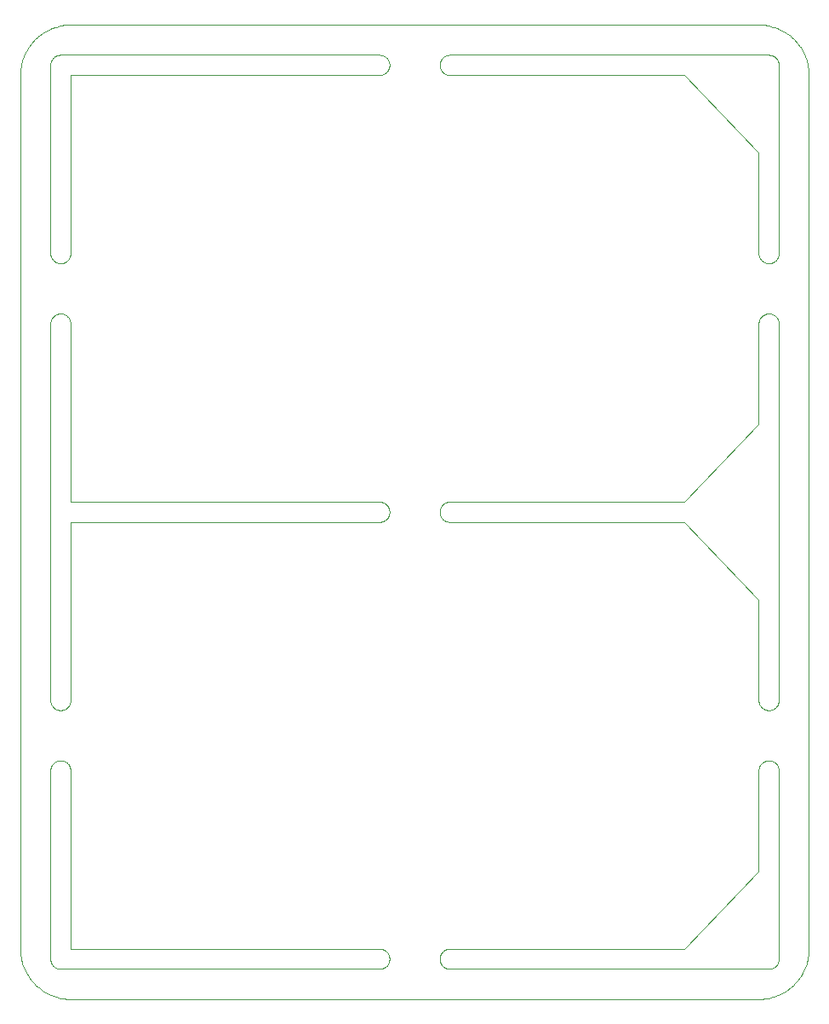
<source format=gbr>
%TF.GenerationSoftware,KiCad,Pcbnew,7.0.1*%
%TF.CreationDate,2023-05-14T01:33:17+09:00*%
%TF.ProjectId,___,62d8512e-6b69-4636-9164-5f7063625858,rev?*%
%TF.SameCoordinates,Original*%
%TF.FileFunction,Profile,NP*%
%FSLAX46Y46*%
G04 Gerber Fmt 4.6, Leading zero omitted, Abs format (unit mm)*
G04 Created by KiCad (PCBNEW 7.0.1) date 2023-05-14 01:33:17*
%MOMM*%
%LPD*%
G01*
G04 APERTURE LIST*
%TA.AperFunction,Profile*%
%ADD10C,0.100000*%
%TD*%
G04 APERTURE END LIST*
D10*
X206797380Y-69375368D02*
X206750549Y-69388328D01*
X170869824Y-112811151D02*
X170869919Y-112811632D01*
X174173759Y-113641173D02*
X174135452Y-113611278D01*
X246150788Y-116450252D02*
X246151011Y-116450150D01*
X207305173Y-113435740D02*
X207275278Y-113474047D01*
X244704328Y-20023474D02*
X244238757Y-20000602D01*
X207060012Y-113669152D02*
X207018960Y-113695148D01*
X249202144Y-112325811D02*
X249203010Y-112314072D01*
X170774102Y-111848257D02*
X170796974Y-112313828D01*
X175783309Y-25000057D02*
X175782818Y-25000081D01*
X244749818Y-48825900D02*
X244793221Y-48804053D01*
X206888855Y-111911362D02*
X206933278Y-111931053D01*
X245570019Y-93184874D02*
X245615355Y-93202362D01*
X207489281Y-23844737D02*
X207495229Y-23892963D01*
X245970039Y-87801841D02*
X245936533Y-87837033D01*
X207498804Y-112894576D02*
X207495229Y-112943036D01*
X245216622Y-43709000D02*
X245167923Y-43707804D01*
X247388804Y-21127785D02*
X247388609Y-21127637D01*
X246151011Y-20385849D02*
X246150788Y-20385747D01*
X175773500Y-111823727D02*
X175773503Y-111823972D01*
X245826240Y-43514173D02*
X245786512Y-43542152D01*
X174333981Y-116623683D02*
X174786143Y-116736944D01*
X245333536Y-23004770D02*
X245381762Y-23010718D01*
X175162355Y-88051637D02*
X175117019Y-88069125D01*
X175773797Y-67410136D02*
X175773916Y-67410612D01*
X245864547Y-87902278D02*
X245826240Y-87932173D01*
X213392963Y-23004770D02*
X213441423Y-23001195D01*
X245381762Y-93137718D02*
X245429638Y-93146025D01*
X246168625Y-49365480D02*
X246183868Y-49411619D01*
X212694826Y-67818259D02*
X212724721Y-67779952D01*
X213296861Y-69398974D02*
X213249450Y-69388328D01*
X245477049Y-43679328D02*
X245429638Y-43689974D01*
X212575362Y-68029144D02*
X212595053Y-67984721D01*
X173890400Y-23523318D02*
X173914351Y-23481039D01*
X170992852Y-113298746D02*
X170992932Y-113298978D01*
X175762781Y-93971737D02*
X175768729Y-94019963D01*
X246109599Y-113312681D02*
X246085648Y-113354960D01*
X245786512Y-48875847D02*
X245826240Y-48903826D01*
X245689478Y-20219432D02*
X245689246Y-20219352D01*
X171908527Y-21828416D02*
X171901285Y-21837695D01*
X245213856Y-20099055D02*
X245213617Y-20098998D01*
X206750549Y-23029671D02*
X206797380Y-23042631D01*
X175773503Y-67405972D02*
X175773557Y-67408190D01*
X236862436Y-67415564D02*
X236862820Y-67415237D01*
X244343400Y-87603681D02*
X244321553Y-87560278D01*
X175774059Y-111829082D02*
X175774224Y-111829544D01*
X248083310Y-21818940D02*
X247770275Y-21473559D01*
X172246879Y-21456391D02*
X172238354Y-21464507D01*
X171150053Y-113738092D02*
X171154289Y-113749073D01*
X212616900Y-113312681D02*
X212595053Y-113269278D01*
X175773500Y-42718877D02*
X175772304Y-42767576D01*
X175162355Y-48784362D02*
X175206778Y-48804053D01*
X207404946Y-67984721D02*
X207424637Y-68029144D01*
X174029960Y-43383841D02*
X173998221Y-43347047D01*
X247752940Y-115379775D02*
X247753120Y-115379608D01*
X212504770Y-112943036D02*
X212501195Y-112894576D01*
X248840650Y-113760511D02*
X248840752Y-113760288D01*
X246128362Y-20376467D02*
X245689478Y-20219432D01*
X246215781Y-87282262D02*
X246207474Y-87330138D01*
X213023318Y-111952900D02*
X213066721Y-111931053D01*
X175070880Y-48751631D02*
X175117019Y-48766874D01*
X245570019Y-113778125D02*
X245523880Y-113793368D01*
X244284374Y-93783480D02*
X244301862Y-93738144D01*
X172601916Y-115700972D02*
X172611195Y-115708214D01*
X174714923Y-93128195D02*
X174763622Y-93127000D01*
X246183868Y-23702619D02*
X246196828Y-23749450D01*
X173006175Y-20836342D02*
X173005966Y-20836471D01*
X174429980Y-113778125D02*
X174384644Y-113760637D01*
X244226500Y-42718877D02*
X244226500Y-32759670D01*
X174786143Y-20099055D02*
X174333981Y-20212316D01*
X174098658Y-93383460D02*
X174135452Y-93351721D01*
X175780417Y-67417440D02*
X175780887Y-67417583D01*
X248091472Y-115007583D02*
X248098714Y-114998304D01*
X173940347Y-113396012D02*
X173914351Y-113354960D01*
X213441423Y-67419195D02*
X213490122Y-67418000D01*
X173890400Y-43185681D02*
X173868553Y-43142278D01*
X245615355Y-48784362D02*
X245659778Y-48804053D01*
X207470328Y-113086549D02*
X207457368Y-113133380D01*
X212500000Y-23990122D02*
X212500000Y-23990122D01*
X170872555Y-24012643D02*
X170872498Y-24012882D01*
X212616900Y-23523318D02*
X212640851Y-23481039D01*
X236848149Y-67417996D02*
X236856397Y-67417788D01*
X175656599Y-49232318D02*
X175678446Y-49275721D01*
X174618237Y-93137718D02*
X174666463Y-93131770D01*
X175773916Y-67410612D02*
X175774059Y-67411082D01*
X212501195Y-112777423D02*
X212504770Y-112728963D01*
X212825158Y-113579539D02*
X212789966Y-113546033D01*
X173868553Y-43142278D02*
X173848862Y-43097855D01*
X245745460Y-113695148D02*
X245703181Y-113719099D01*
X175517039Y-49034158D02*
X175548778Y-49070952D01*
X246196828Y-23749450D02*
X246207474Y-23796861D01*
X173868553Y-93693721D02*
X173890400Y-93650318D01*
X170796989Y-24521927D02*
X170796974Y-24522171D01*
X244226309Y-104148644D02*
X244226497Y-104140796D01*
X175775982Y-25003522D02*
X175775670Y-25003902D01*
X175785527Y-20000003D02*
X175761487Y-20000593D01*
X212666847Y-67857987D02*
X212694826Y-67818259D01*
X207480974Y-68621138D02*
X207470328Y-68668549D01*
X212595053Y-112402721D02*
X212616900Y-112359318D01*
X244421326Y-43308740D02*
X244393347Y-43269012D01*
X175775105Y-67413295D02*
X175775378Y-67413703D01*
X248091161Y-21828036D02*
X248083473Y-21819124D01*
X175779955Y-67417275D02*
X175780417Y-67417440D01*
X207275278Y-67779952D02*
X207305173Y-67818259D01*
X207275278Y-23361952D02*
X207305173Y-23400259D01*
X175206778Y-48804053D02*
X175250181Y-48825900D01*
X171609971Y-114603533D02*
X171616268Y-114613478D01*
X172995613Y-20843041D02*
X172985990Y-20849818D01*
X175448341Y-48965460D02*
X175483533Y-48998966D01*
X245202132Y-116739580D02*
X245213617Y-116737001D01*
X206933278Y-113740946D02*
X206888855Y-113760637D01*
X170985878Y-113275756D02*
X170989018Y-113287100D01*
X175783309Y-67417942D02*
X175785527Y-67417996D01*
X175772304Y-87185576D02*
X175768729Y-87234036D01*
X246168625Y-23656480D02*
X246183868Y-23702619D01*
X175773557Y-111826190D02*
X175773581Y-111826681D01*
X245666018Y-20212316D02*
X245213856Y-20099055D01*
X245523880Y-23042631D02*
X245570019Y-23057874D01*
X174333981Y-20212316D02*
X174333743Y-20212378D01*
X175483533Y-48998966D02*
X175517039Y-49034158D01*
X171370202Y-114203510D02*
X171609842Y-114603324D01*
X171901137Y-21837890D02*
X171623462Y-22212291D01*
X248083473Y-21819124D02*
X248083310Y-21818940D01*
X213066721Y-23095053D02*
X213111144Y-23075362D01*
X175785527Y-69418003D02*
X175783309Y-69418057D01*
X174618237Y-48719718D02*
X174666463Y-48713770D01*
X170989160Y-23548430D02*
X170989018Y-23548899D01*
X213023318Y-23116900D02*
X213066721Y-23095053D01*
X173940347Y-49148987D02*
X173968326Y-49109259D01*
X244237218Y-87282262D02*
X244231270Y-87234036D01*
X246151011Y-116450150D02*
X246572389Y-116250853D01*
X206655262Y-113825281D02*
X206607036Y-113831229D01*
X236861745Y-25001904D02*
X236861344Y-25001646D01*
X175715625Y-93783480D02*
X175730868Y-93829619D01*
X172238354Y-115371492D02*
X172246879Y-115379608D01*
X206843519Y-69360125D02*
X206797380Y-69375368D01*
X207138047Y-112060721D02*
X207174841Y-112092460D01*
X236856846Y-25000205D02*
X236856370Y-25000182D01*
X173968326Y-43308740D02*
X173940347Y-43269012D01*
X170989018Y-23548899D02*
X170985878Y-23560243D01*
X248629920Y-114203298D02*
X248635722Y-114193056D01*
X244226500Y-94117122D02*
X244227695Y-94068423D01*
X174135452Y-113611278D02*
X174098658Y-113579539D01*
X212510718Y-24155262D02*
X212504770Y-24107036D01*
X245703181Y-43592099D02*
X245659778Y-43613946D01*
X174880536Y-88122229D02*
X174832076Y-88125804D01*
X170992932Y-113298978D02*
X171149967Y-113737862D01*
X175578673Y-87726740D02*
X175548778Y-87765047D01*
X236857401Y-67417712D02*
X236857900Y-67417636D01*
X244929119Y-48751631D02*
X244975950Y-48738671D01*
X244225834Y-104151460D02*
X244225969Y-104151002D01*
X212789966Y-23289966D02*
X212825158Y-23256460D01*
X175776311Y-69421159D02*
X175775982Y-69421522D01*
X246207474Y-87330138D02*
X246196828Y-87377549D01*
X249226500Y-25012272D02*
X249226496Y-25012027D01*
X175773500Y-67405727D02*
X175773503Y-67405972D01*
X244226279Y-32750828D02*
X244226253Y-32750322D01*
X206509877Y-113836000D02*
X174763622Y-113836000D01*
X246207474Y-93923861D02*
X246215781Y-93971737D01*
X172247059Y-21456224D02*
X172246879Y-21456391D01*
X244226286Y-104149121D02*
X244226309Y-104148644D01*
X207174841Y-112092460D02*
X207210033Y-112125966D01*
X173940347Y-93566987D02*
X173968326Y-93527259D01*
X212616900Y-67941318D02*
X212640851Y-67899039D01*
X173773500Y-94117122D02*
X173774695Y-94068423D01*
X207359148Y-23481039D02*
X207383099Y-23523318D01*
X175333512Y-87960152D02*
X175292460Y-87986148D01*
X175743828Y-42959549D02*
X175730868Y-43006380D01*
X212939987Y-67584847D02*
X212981039Y-67558851D01*
X175283199Y-116811596D02*
X175283688Y-116811644D01*
X175250181Y-43592099D02*
X175206778Y-43613946D01*
X206843519Y-111893874D02*
X206888855Y-111911362D01*
X174666463Y-43704229D02*
X174618237Y-43698281D01*
X249202096Y-112326300D02*
X249202144Y-112325811D01*
X174296818Y-88010099D02*
X174254539Y-87986148D01*
X246221729Y-49601963D02*
X246225304Y-49650423D01*
X213202619Y-113793368D02*
X213156480Y-113778125D01*
X212666847Y-112275987D02*
X212694826Y-112236259D01*
X171623462Y-114623708D02*
X171901137Y-114998109D01*
X244218235Y-104161121D02*
X244218398Y-104160946D01*
X244225677Y-59733912D02*
X244225834Y-59733460D01*
X172985791Y-20849962D02*
X172611390Y-21127637D01*
X175775378Y-67413703D02*
X175775670Y-67414097D01*
X175773500Y-94117122D02*
X175773500Y-111823727D01*
X236861622Y-67416158D02*
X236862037Y-67415871D01*
X245190054Y-116741688D02*
X245201651Y-116739675D01*
X245381762Y-48719718D02*
X245429638Y-48728025D01*
X175772304Y-42767576D02*
X175768729Y-42816036D01*
X213156480Y-24942125D02*
X213111144Y-24924637D01*
X249203025Y-112313828D02*
X249225897Y-111848257D01*
X245864547Y-48933721D02*
X245901341Y-48965460D01*
X173773500Y-23990122D02*
X173774695Y-23941423D01*
X206703138Y-24980974D02*
X206655262Y-24989281D01*
X174173759Y-43514173D02*
X174135452Y-43484278D01*
X173416876Y-116245453D02*
X173427389Y-116250745D01*
X245429638Y-43689974D02*
X245381762Y-43698281D01*
X245523880Y-48751631D02*
X245570019Y-48766874D01*
X213202619Y-69375368D02*
X213156480Y-69360125D01*
X248641353Y-114181889D02*
X248840650Y-113760511D01*
X245023361Y-48728025D02*
X245071237Y-48719718D01*
X174063466Y-93416966D02*
X174098658Y-93383460D01*
X212529671Y-24250549D02*
X212519025Y-24203138D01*
X175606652Y-43269012D02*
X175578673Y-43308740D01*
X173427389Y-20585254D02*
X173416876Y-20590546D01*
X213111144Y-111911362D02*
X213156480Y-111893874D01*
X244227695Y-42767576D02*
X244226500Y-42718877D01*
X236857793Y-25000319D02*
X236857321Y-25000251D01*
X206750549Y-69388328D02*
X206703138Y-69398974D01*
X170989160Y-113287569D02*
X170992852Y-113298746D01*
X174570361Y-113816974D02*
X174522950Y-113806328D01*
X213111144Y-113760637D02*
X213066721Y-113740946D01*
X173914351Y-43227960D02*
X173890400Y-43185681D01*
X212519025Y-68621138D02*
X212510718Y-68573262D01*
X212640851Y-23481039D02*
X212666847Y-23439987D01*
X174340221Y-93222053D02*
X174384644Y-93202362D01*
X174340221Y-48804053D02*
X174384644Y-48784362D01*
X246207474Y-42912138D02*
X246196828Y-42959549D01*
X212756460Y-113510841D02*
X212724721Y-113474047D01*
X246583123Y-20590546D02*
X246572610Y-20585254D01*
X245167923Y-88125804D02*
X245119463Y-88122229D01*
X246225304Y-49650423D02*
X246226500Y-49699122D01*
X244238512Y-116835406D02*
X244238757Y-116835397D01*
X245901341Y-93383460D02*
X245936533Y-93416966D01*
X245936533Y-43419033D02*
X245901341Y-43452539D01*
X206976681Y-67534900D02*
X207018960Y-67558851D01*
X174714923Y-43707804D02*
X174666463Y-43704229D01*
X244225080Y-59735213D02*
X244225300Y-59734789D01*
X175780887Y-69418416D02*
X175780417Y-69418559D01*
X212756460Y-23325158D02*
X212789966Y-23289966D01*
X171623318Y-114623509D02*
X171623462Y-114623708D01*
X207359148Y-113354960D02*
X207333152Y-113396012D01*
X236848578Y-69418000D02*
X213490122Y-69418000D01*
X245381762Y-43698281D02*
X245333536Y-43704229D01*
X207333152Y-24560012D02*
X207305173Y-24599740D01*
X212504770Y-68310963D02*
X212510718Y-68262737D01*
X246059652Y-49148987D02*
X246085648Y-49190039D01*
X171908838Y-115007963D02*
X171916526Y-115016875D01*
X244837644Y-43633637D02*
X244793221Y-43613946D01*
X174832076Y-48710195D02*
X174880536Y-48713770D01*
X247407375Y-21143026D02*
X247398463Y-21135338D01*
X206558576Y-24998804D02*
X206509877Y-25000000D01*
X174029960Y-87801841D02*
X173998221Y-87765047D01*
X247388804Y-115708214D02*
X247398083Y-115700972D01*
X175781844Y-69418201D02*
X175781363Y-69418297D01*
X173803171Y-87377549D02*
X173792525Y-87330138D01*
X207495229Y-24107036D02*
X207489281Y-24155262D01*
X246221729Y-42816036D02*
X246215781Y-42864262D01*
X244238757Y-20000602D02*
X244238512Y-20000593D01*
X244343400Y-49232318D02*
X244367351Y-49190039D01*
X236860508Y-25001188D02*
X236860075Y-25000990D01*
X244393347Y-93566987D02*
X244421326Y-93527259D01*
X245429638Y-93146025D02*
X245477049Y-93156671D01*
X175775670Y-25003902D02*
X175775378Y-25004296D01*
X245236377Y-88127000D02*
X245216622Y-88127000D01*
X245970039Y-49034158D02*
X246001778Y-49070952D01*
X175785527Y-116835996D02*
X175785772Y-116836000D01*
X207489281Y-24155262D02*
X207480974Y-24203138D01*
X174797867Y-116739580D02*
X174798348Y-116739675D01*
X244269131Y-43006380D02*
X244256171Y-42959549D01*
X207457368Y-23702619D02*
X207470328Y-23749450D01*
X244728482Y-116810155D02*
X244728725Y-116810122D01*
X175774412Y-111829997D02*
X175774622Y-111830441D01*
X245970039Y-43383841D02*
X245936533Y-43419033D01*
X170797855Y-24510188D02*
X170796989Y-24521927D01*
X171358754Y-22653889D02*
X171358646Y-22654110D01*
X212510718Y-112680737D02*
X212519025Y-112632861D01*
X175678446Y-87560278D02*
X175656599Y-87603681D01*
X213296861Y-111855025D02*
X213344737Y-111846718D01*
X174763622Y-23000000D02*
X206509877Y-23000000D01*
X212542631Y-23702619D02*
X212557874Y-23656480D01*
X249132227Y-112799311D02*
X249200622Y-112338225D01*
X246109599Y-49232318D02*
X246131446Y-49275721D01*
X244224582Y-104154028D02*
X244224841Y-104153626D01*
X175373240Y-43514173D02*
X175333512Y-43542152D01*
X212595053Y-68851278D02*
X212575362Y-68806855D01*
X246226500Y-87136877D02*
X246225304Y-87185576D01*
X245936533Y-23289966D02*
X245970039Y-23325158D01*
X175774224Y-69424455D02*
X175774059Y-69424917D01*
X172611195Y-21127785D02*
X172601916Y-21135027D01*
X206509877Y-25000000D02*
X175785772Y-25000000D01*
X174429980Y-23057874D02*
X174476119Y-23042631D01*
X175778625Y-67416646D02*
X175779058Y-67416877D01*
X245285076Y-113834804D02*
X245236377Y-113836000D01*
X175773581Y-69427318D02*
X175773557Y-69427809D01*
X246594010Y-116239297D02*
X246993824Y-115999657D01*
X174618237Y-23010718D02*
X174666463Y-23004770D01*
X245333536Y-48713770D02*
X245381762Y-48719718D01*
X244301862Y-87515855D02*
X244284374Y-87470519D01*
X174063466Y-48998966D02*
X174098658Y-48965460D01*
X175483533Y-93416966D02*
X175517039Y-93452158D01*
X175292460Y-93267851D02*
X175333512Y-93293847D01*
X213249450Y-67447671D02*
X213296861Y-67437025D01*
X174173759Y-48903826D02*
X174213487Y-48875847D01*
X246226500Y-112845877D02*
X246225304Y-112894576D01*
X247398463Y-21135338D02*
X247398083Y-21135027D01*
X244626759Y-48903826D02*
X244666487Y-48875847D01*
X245745460Y-93267851D02*
X245786512Y-93293847D01*
X175730868Y-87424380D02*
X175715625Y-87470519D01*
X174098658Y-43452539D02*
X174063466Y-43419033D01*
X244224631Y-32745578D02*
X244224341Y-32745162D01*
X212595053Y-67984721D02*
X212616900Y-67941318D01*
X175773581Y-67408681D02*
X175773629Y-67409169D01*
X244343400Y-43185681D02*
X244321553Y-43142278D01*
X206933278Y-67513053D02*
X206976681Y-67534900D01*
X174809945Y-20094311D02*
X174798348Y-20096324D01*
X175773797Y-111828136D02*
X175773916Y-111828612D01*
X173868553Y-113269278D02*
X173848862Y-113224855D01*
X173848988Y-20385849D02*
X173427610Y-20585146D01*
X249007067Y-113298978D02*
X249007147Y-113298746D01*
X171623462Y-22212291D02*
X171623318Y-22212490D01*
X172995613Y-115992958D02*
X172996021Y-115993231D01*
X174798348Y-116739675D02*
X174809945Y-116741688D01*
X206843519Y-24942125D02*
X206797380Y-24957368D01*
X212542631Y-24297380D02*
X212529671Y-24250549D01*
X174798348Y-20096324D02*
X174797867Y-20096419D01*
X175774412Y-69424002D02*
X175774224Y-69424455D01*
X244225300Y-104152789D02*
X244225499Y-104152355D01*
X244224341Y-77163162D02*
X244224031Y-77162761D01*
X244975950Y-43679328D02*
X244929119Y-43666368D01*
X244214472Y-116835996D02*
X244238512Y-116835406D01*
X244793221Y-43613946D02*
X244749818Y-43592099D01*
X207495229Y-112728963D02*
X207498804Y-112777423D01*
X207383099Y-113312681D02*
X207359148Y-113354960D01*
X172229891Y-21473379D02*
X172229724Y-21473559D01*
X249132188Y-112799554D02*
X249132227Y-112799311D01*
X173774695Y-42767576D02*
X173773500Y-42718877D01*
X206558576Y-111837195D02*
X206607036Y-111840770D01*
X171159247Y-23075711D02*
X171154477Y-23086472D01*
X212694826Y-112236259D02*
X212724721Y-112197952D01*
X172996021Y-115993231D02*
X173005966Y-115999528D01*
X247004386Y-20843041D02*
X247003978Y-20842768D01*
X246183868Y-49411619D02*
X246196828Y-49458450D01*
X207500000Y-68408122D02*
X207500000Y-68427877D01*
X248840650Y-23075488D02*
X248641353Y-22654110D01*
X212529671Y-68167450D02*
X212542631Y-68120619D01*
X244704572Y-116812510D02*
X244716311Y-116811644D01*
X171916526Y-115016875D02*
X171916689Y-115017059D01*
X244975950Y-88097328D02*
X244929119Y-88084368D01*
X171916689Y-115017059D02*
X172229724Y-115362440D01*
X174783377Y-43709000D02*
X174763622Y-43709000D01*
X245677600Y-116620481D02*
X245678069Y-116620339D01*
X173816131Y-43006380D02*
X173803171Y-42959549D01*
X244666487Y-87960152D02*
X244626759Y-87932173D01*
X174063466Y-87837033D02*
X174029960Y-87801841D01*
X236869221Y-111826902D02*
X244218235Y-104161121D01*
X173848862Y-113224855D02*
X173831374Y-113179519D01*
X175768729Y-42816036D02*
X175762781Y-42864262D01*
X171358646Y-114181889D02*
X171358754Y-114182110D01*
X175762781Y-42864262D02*
X175754474Y-42912138D01*
X245615355Y-23075362D02*
X245659778Y-23095053D01*
X244975950Y-93156671D02*
X245023361Y-93146025D01*
X244666487Y-93293847D02*
X244707539Y-93267851D01*
X248845710Y-23086926D02*
X248845522Y-23086472D01*
X175785772Y-20000000D02*
X175785527Y-20000003D01*
X174570361Y-23019025D02*
X174618237Y-23010718D01*
X175271517Y-116810155D02*
X175283199Y-116811596D01*
X207060012Y-67584847D02*
X207099740Y-67612826D01*
X236859182Y-69418656D02*
X236858724Y-69418522D01*
X175776311Y-67414840D02*
X175776659Y-67415188D01*
X172985791Y-115986037D02*
X172985990Y-115986181D01*
X212939987Y-24833152D02*
X212900259Y-24805173D01*
X244301862Y-93738144D02*
X244321553Y-93693721D01*
X245570019Y-23057874D02*
X245615355Y-23075362D01*
X244749818Y-43592099D02*
X244707539Y-43568148D01*
X173773500Y-42718877D02*
X173773500Y-23990122D01*
X207305173Y-23400259D02*
X207333152Y-23439987D01*
X249203010Y-112314072D02*
X249203025Y-112313828D01*
X174296818Y-23116900D02*
X174340221Y-23095053D01*
X246059652Y-23439987D02*
X246085648Y-23481039D01*
X246059652Y-113396012D02*
X246031673Y-113435740D01*
X207138047Y-69193278D02*
X207099740Y-69223173D01*
X213111144Y-24924637D02*
X213066721Y-24904946D01*
X244716311Y-20024355D02*
X244704572Y-20023489D01*
X172592624Y-21143026D02*
X172592440Y-21143189D01*
X212666847Y-68978012D02*
X212640851Y-68936960D01*
X213156480Y-69360125D02*
X213111144Y-69342637D01*
X171159349Y-113760511D02*
X171358646Y-114181889D01*
X248083310Y-115017059D02*
X248083473Y-115016875D01*
X212575362Y-113224855D02*
X212557874Y-113179519D01*
X174928762Y-93137718D02*
X174976638Y-93146025D01*
X244225969Y-59733002D02*
X244226082Y-59732538D01*
X246994033Y-115999528D02*
X247003978Y-115993231D01*
X173914351Y-49190039D02*
X173940347Y-49148987D01*
X213202619Y-24957368D02*
X213156480Y-24942125D01*
X207498804Y-68359423D02*
X207500000Y-68408122D01*
X175698137Y-93738144D02*
X175715625Y-93783480D01*
X174476119Y-23042631D02*
X174522950Y-23029671D01*
X212724721Y-67779952D02*
X212756460Y-67743158D01*
X247398463Y-115700661D02*
X247407375Y-115692973D01*
X207404946Y-23566721D02*
X207424637Y-23611144D01*
X175295671Y-116812525D02*
X175761242Y-116835397D01*
X174809945Y-116741688D02*
X174810188Y-116741727D01*
X245477049Y-48738671D02*
X245523880Y-48751631D01*
X245477049Y-88097328D02*
X245429638Y-88107974D01*
X174476119Y-48751631D02*
X174522950Y-48738671D01*
X248091161Y-115007963D02*
X248091472Y-115007583D01*
X206655262Y-111846718D02*
X206703138Y-111855025D01*
X246001778Y-23361952D02*
X246031673Y-23400259D01*
X245659778Y-93222053D02*
X245703181Y-93243900D01*
X173792525Y-93923861D02*
X173803171Y-93876450D01*
X245970039Y-113510841D02*
X245936533Y-113546033D01*
X244231270Y-87234036D02*
X244227695Y-87185576D01*
X175117019Y-43651125D02*
X175070880Y-43666368D01*
X212981039Y-24859148D02*
X212939987Y-24833152D01*
X245236377Y-113836000D02*
X213490122Y-113836000D01*
X173803171Y-42959549D02*
X173792525Y-42912138D01*
X245285076Y-48710195D02*
X245333536Y-48713770D01*
X175774853Y-67412874D02*
X175775105Y-67413295D01*
X171159247Y-113760288D02*
X171159349Y-113760511D01*
X244245525Y-93923861D02*
X244256171Y-93876450D01*
X212694826Y-24599740D02*
X212666847Y-24560012D01*
X236858724Y-69418522D02*
X236858261Y-69418409D01*
X175785772Y-116836000D02*
X244214227Y-116836000D01*
X249202144Y-24510188D02*
X249202096Y-24509699D01*
X173860426Y-20380789D02*
X173859972Y-20380977D01*
X174173759Y-23194826D02*
X174213487Y-23166847D01*
X213344737Y-69407281D02*
X213296861Y-69398974D01*
X174928762Y-88116281D02*
X174880536Y-88122229D01*
X246128592Y-20376553D02*
X246128362Y-20376467D01*
X212861952Y-69193278D02*
X212825158Y-69161539D01*
X212825158Y-23256460D02*
X212861952Y-23224721D01*
X170773500Y-25012272D02*
X170773500Y-111823727D01*
X212789966Y-113546033D02*
X212756460Y-113510841D01*
X170797855Y-112325811D02*
X170797903Y-112326300D01*
X173849211Y-20385747D02*
X173848988Y-20385849D01*
X175271274Y-116810122D02*
X175271517Y-116810155D01*
X236860075Y-25000990D02*
X236859632Y-25000812D01*
X244749818Y-88010099D02*
X244707539Y-87986148D01*
X174522950Y-48738671D02*
X174570361Y-48728025D01*
X244217941Y-77156003D02*
X244217769Y-77155817D01*
X245216622Y-48709000D02*
X245236377Y-48709000D01*
X173005966Y-20836471D02*
X172996021Y-20842768D01*
X244269131Y-49411619D02*
X244284374Y-49365480D01*
X175773500Y-25012272D02*
X175773500Y-42718877D01*
X173831374Y-43052519D02*
X173816131Y-43006380D01*
X175373240Y-87932173D02*
X175333512Y-87960152D01*
X246031673Y-23400259D02*
X246059652Y-23439987D01*
X207359148Y-67899039D02*
X207383099Y-67941318D01*
X245213856Y-116736944D02*
X245666018Y-116623683D01*
X174296818Y-43592099D02*
X174254539Y-43568148D01*
X174098658Y-23256460D02*
X174135452Y-23224721D01*
X236861194Y-67416423D02*
X236861622Y-67416158D01*
X247003978Y-20842768D02*
X246994033Y-20836471D01*
X245167923Y-93128195D02*
X245216622Y-93127000D01*
X175778204Y-69419605D02*
X175777796Y-69419878D01*
X207018960Y-24859148D02*
X206976681Y-24883099D01*
X207404946Y-24433278D02*
X207383099Y-24476681D01*
X207495229Y-112943036D02*
X207489281Y-112991262D01*
X173868553Y-87560278D02*
X173848862Y-87515855D01*
X175779058Y-25001122D02*
X175778625Y-25001353D01*
X246059652Y-43269012D02*
X246031673Y-43308740D01*
X244626759Y-93321826D02*
X244666487Y-93293847D01*
X245333536Y-93131770D02*
X245381762Y-93137718D01*
X175776659Y-69420811D02*
X175776311Y-69421159D01*
X173774695Y-94068423D02*
X173778270Y-94019963D01*
X174322399Y-116620481D02*
X174333743Y-116623621D01*
X245119463Y-48713770D02*
X245167923Y-48710195D01*
X207210033Y-69128033D02*
X207174841Y-69161539D01*
X245703181Y-48825900D02*
X245745460Y-48849851D01*
X248850032Y-23098137D02*
X248849946Y-23097907D01*
X246207474Y-49505861D02*
X246215781Y-49553737D01*
X206888855Y-24924637D02*
X206843519Y-24942125D01*
X249225897Y-24987742D02*
X249203025Y-24522171D01*
X236861344Y-69419646D02*
X236860932Y-69419407D01*
X212939987Y-113669152D02*
X212900259Y-113641173D01*
X212861952Y-24775278D02*
X212825158Y-24743539D01*
X246994033Y-20836471D02*
X246993824Y-20836342D01*
X246151137Y-43097855D02*
X246131446Y-43142278D01*
X175777022Y-69420482D02*
X175776659Y-69420811D01*
X207018960Y-69277148D02*
X206976681Y-69301099D01*
X172601916Y-21135027D02*
X172601536Y-21135338D01*
X207500000Y-24009877D02*
X207498804Y-24058576D01*
X174786382Y-116737001D02*
X174797867Y-116739580D01*
X245615355Y-93202362D02*
X245659778Y-93222053D01*
X248840752Y-23075711D02*
X248840650Y-23075488D01*
X173940347Y-87687012D02*
X173914351Y-87645960D01*
X247407375Y-115692973D02*
X247407559Y-115692810D01*
X236860299Y-67416888D02*
X236860752Y-67416667D01*
X175333512Y-93293847D02*
X175373240Y-93321826D01*
X245071237Y-43698281D02*
X245023361Y-43689974D01*
X246031673Y-49109259D02*
X246059652Y-49148987D01*
X246215781Y-23844737D02*
X246221729Y-23892963D01*
X244367351Y-93608039D02*
X244393347Y-93566987D01*
X244269131Y-93829619D02*
X244284374Y-93783480D01*
X171370079Y-114203298D02*
X171370202Y-114203510D01*
X206607036Y-111840770D02*
X206655262Y-111846718D01*
X174322399Y-20215518D02*
X174321930Y-20215660D01*
X244588452Y-93351721D02*
X244626759Y-93321826D01*
X175773503Y-69430027D02*
X175773500Y-69430272D01*
X246031673Y-87726740D02*
X246001778Y-87765047D01*
X244218235Y-59743121D02*
X244218398Y-59742946D01*
X174333743Y-116623621D02*
X174333981Y-116623683D01*
X244224341Y-32745162D02*
X244224031Y-32744761D01*
X174135452Y-93351721D02*
X174173759Y-93321826D01*
X249226496Y-111823972D02*
X249226500Y-111823727D01*
X212575362Y-24388855D02*
X212557874Y-24343519D01*
X207099740Y-112030826D02*
X207138047Y-112060721D01*
X175777402Y-69420170D02*
X175777022Y-69420482D01*
X213344737Y-111846718D02*
X213392963Y-111840770D01*
X249127501Y-24012882D02*
X249127444Y-24012643D01*
X244301862Y-49320144D02*
X244321553Y-49275721D01*
X212981039Y-113695148D02*
X212939987Y-113669152D01*
X175761487Y-116835406D02*
X175785527Y-116835996D01*
X244551658Y-87870539D02*
X244516466Y-87837033D01*
X249202096Y-24509699D02*
X249200655Y-24498017D01*
X175775670Y-67414097D02*
X175775982Y-67414477D01*
X245071237Y-88116281D02*
X245023361Y-88107974D01*
X244225368Y-77164906D02*
X244225145Y-77164451D01*
X175411547Y-48933721D02*
X175448341Y-48965460D01*
X246140027Y-20380977D02*
X246139573Y-20380789D01*
X212510718Y-112991262D02*
X212504770Y-112943036D01*
X212557874Y-113179519D02*
X212542631Y-113133380D01*
X249130175Y-112811151D02*
X249132188Y-112799554D01*
X206888855Y-67493362D02*
X206933278Y-67513053D01*
X244226202Y-32749818D02*
X244226125Y-32749317D01*
X212900259Y-24805173D02*
X212861952Y-24775278D01*
X245477049Y-93156671D02*
X245523880Y-93169631D01*
X206509877Y-23000000D02*
X206558576Y-23001195D01*
X245201651Y-116739675D02*
X245202132Y-116739580D01*
X246001778Y-43347047D02*
X245970039Y-43383841D01*
X246226500Y-23990122D02*
X246226500Y-42718877D01*
X212939987Y-112002847D02*
X212981039Y-111976851D01*
X175774853Y-69423125D02*
X175774622Y-69423558D01*
X244226253Y-77168322D02*
X244226202Y-77167818D01*
X213344737Y-24989281D02*
X213296861Y-24980974D01*
X249200622Y-112338225D02*
X249200655Y-112337982D01*
X245213617Y-20098998D02*
X245202132Y-20096419D01*
X175250181Y-48825900D02*
X175292460Y-48849851D01*
X175776311Y-25003159D02*
X175775982Y-25003522D01*
X246109599Y-43185681D02*
X246085648Y-43227960D01*
X173005966Y-115999528D02*
X173006175Y-115999657D01*
X174476119Y-113793368D02*
X174429980Y-113778125D01*
X170797903Y-24509699D02*
X170797855Y-24510188D01*
X212694826Y-69017740D02*
X212666847Y-68978012D01*
X244238512Y-20000593D02*
X244214472Y-20000003D01*
X175656599Y-43185681D02*
X175632648Y-43227960D01*
X175775105Y-111831295D02*
X175775378Y-111831703D01*
X213156480Y-113778125D02*
X213111144Y-113760637D01*
X213392963Y-111840770D02*
X213441423Y-111837195D01*
X207498804Y-23941423D02*
X207500000Y-23990122D01*
X248376537Y-114623708D02*
X248376681Y-114623509D01*
X244551658Y-48965460D02*
X244588452Y-48933721D01*
X213392963Y-24995229D02*
X213344737Y-24989281D01*
X236860075Y-69418990D02*
X236859632Y-69418812D01*
X245703181Y-88010099D02*
X245659778Y-88031946D01*
X207489281Y-68573262D02*
X207480974Y-68621138D01*
X247770275Y-21473559D02*
X247770108Y-21473379D01*
X246221729Y-112943036D02*
X246215781Y-112991262D01*
X175782818Y-67417918D02*
X175783309Y-67417942D01*
X175774622Y-69423558D02*
X175774412Y-69424002D01*
X174783377Y-88127000D02*
X174763622Y-88127000D01*
X207480974Y-112632861D02*
X207489281Y-112680737D01*
X174714923Y-48710195D02*
X174763622Y-48709000D01*
X175295671Y-20023474D02*
X175295427Y-20023489D01*
X244975950Y-48738671D02*
X245023361Y-48728025D01*
X175024049Y-88097328D02*
X174976638Y-88107974D01*
X244226241Y-104149596D02*
X244226286Y-104149121D01*
X236848578Y-25000000D02*
X213490122Y-25000000D01*
X248635722Y-114193056D02*
X248635953Y-114192623D01*
X175781363Y-111835702D02*
X175781844Y-111835798D01*
X245659778Y-113740946D02*
X245615355Y-113760637D01*
X249225897Y-111848257D02*
X249225906Y-111848012D01*
X244837644Y-88051637D02*
X244793221Y-88031946D01*
X174310521Y-20219432D02*
X173871637Y-20376467D01*
X212529671Y-68668549D02*
X212519025Y-68621138D01*
X212666847Y-23439987D02*
X212694826Y-23400259D01*
X213066721Y-69322946D02*
X213023318Y-69301099D01*
X244793221Y-88031946D02*
X244749818Y-88010099D01*
X246221729Y-23892963D02*
X246225304Y-23941423D01*
X212501195Y-68476576D02*
X212500000Y-68427877D01*
X174340221Y-23095053D02*
X174384644Y-23075362D01*
X175754474Y-49505861D02*
X175762781Y-49553737D01*
X207480974Y-113039138D02*
X207470328Y-113086549D01*
X175774622Y-25005558D02*
X175774412Y-25006002D01*
X244793221Y-93222053D02*
X244837644Y-93202362D01*
X207424637Y-68806855D02*
X207404946Y-68851278D01*
X207457368Y-68120619D02*
X207470328Y-68167450D01*
X173778270Y-23892963D02*
X173784218Y-23844737D01*
X244626759Y-43514173D02*
X244588452Y-43484278D01*
X172246879Y-115379608D02*
X172247059Y-115379775D01*
X245703181Y-93243900D02*
X245745460Y-93267851D01*
X207333152Y-67857987D02*
X207359148Y-67899039D01*
X212694826Y-113435740D02*
X212666847Y-113396012D01*
X246594010Y-20596702D02*
X246593798Y-20596579D01*
X236860932Y-25001407D02*
X236860508Y-25001188D01*
X173831374Y-93783480D02*
X173848862Y-93738144D01*
X246001778Y-113474047D02*
X245970039Y-113510841D01*
X244716800Y-116811596D02*
X244728482Y-116810155D01*
X207383099Y-112359318D02*
X207404946Y-112402721D01*
X207243539Y-112161158D02*
X207275278Y-112197952D01*
X244321553Y-93693721D02*
X244343400Y-93650318D01*
X248849946Y-113738092D02*
X248850032Y-113737862D01*
X213344737Y-67428718D02*
X213392963Y-67422770D01*
X244226500Y-49699122D02*
X244227695Y-49650423D01*
X207333152Y-68978012D02*
X207305173Y-69017740D01*
X175775378Y-69422296D02*
X175775105Y-69422704D01*
X213441423Y-23001195D02*
X213490122Y-23000000D01*
X236863212Y-69421118D02*
X236862868Y-69420789D01*
X175698137Y-87515855D02*
X175678446Y-87560278D01*
X207060012Y-69251152D02*
X207018960Y-69277148D01*
X173792525Y-113039138D02*
X173784218Y-112991262D01*
X246593798Y-116239420D02*
X246594010Y-116239297D01*
X175698137Y-49320144D02*
X175715625Y-49365480D01*
X175070880Y-93169631D02*
X175117019Y-93184874D01*
X244226286Y-59731121D02*
X244226309Y-59730644D01*
X174254539Y-113695148D02*
X174213487Y-113669152D01*
X174522950Y-113806328D02*
X174476119Y-113793368D01*
X212900259Y-67612826D02*
X212939987Y-67584847D01*
X174928762Y-43698281D02*
X174880536Y-43704229D01*
X213490122Y-111836000D02*
X236847897Y-111836000D01*
X212595053Y-23566721D02*
X212616900Y-23523318D01*
X244237218Y-42864262D02*
X244231270Y-42816036D01*
X245936533Y-48998966D02*
X245970039Y-49034158D01*
X207210033Y-67707966D02*
X207243539Y-67743158D01*
X175785772Y-69418000D02*
X175785527Y-69418003D01*
X175773797Y-69425863D02*
X175773701Y-69426344D01*
X212616900Y-112359318D02*
X212640851Y-112317039D01*
X170799344Y-24498017D02*
X170797903Y-24509699D01*
X246572610Y-116250745D02*
X246583123Y-116245453D01*
X246139573Y-20380789D02*
X246128592Y-20376553D01*
X175632648Y-43227960D02*
X175606652Y-43269012D01*
X175772304Y-94068423D02*
X175773500Y-94117122D01*
X175773557Y-69427809D02*
X175773503Y-69430027D01*
X175773629Y-69426830D02*
X175773581Y-69427318D01*
X248840752Y-113760288D02*
X248845522Y-113749527D01*
X236862820Y-67415237D02*
X236863187Y-67414892D01*
X236861344Y-25001646D02*
X236860932Y-25001407D01*
X175776311Y-111832840D02*
X175776659Y-111833188D01*
X248383458Y-22222113D02*
X248376681Y-22212490D01*
X212519025Y-113039138D02*
X212510718Y-112991262D01*
X248635722Y-22642943D02*
X248629920Y-22632701D01*
X245786512Y-113669152D02*
X245745460Y-113695148D01*
X213156480Y-67475874D02*
X213202619Y-67460631D01*
X173890400Y-87603681D02*
X173868553Y-87560278D01*
X244226500Y-32759670D02*
X244226496Y-32759417D01*
X175761487Y-20000593D02*
X175761242Y-20000602D01*
X244393347Y-49148987D02*
X244421326Y-49109259D01*
X213066721Y-113740946D02*
X213023318Y-113719099D01*
X206703138Y-69398974D02*
X206655262Y-69407281D01*
X212981039Y-69277148D02*
X212939987Y-69251152D01*
X207424637Y-24388855D02*
X207404946Y-24433278D01*
X236863187Y-111832892D02*
X236869044Y-111827082D01*
X207275278Y-69056047D02*
X207243539Y-69092841D01*
X175754474Y-87330138D02*
X175743828Y-87377549D01*
X171154289Y-113749073D02*
X171154477Y-113749527D01*
X175774853Y-111830874D02*
X175775105Y-111831295D01*
X175448341Y-93383460D02*
X175483533Y-93416966D01*
X170989018Y-113287100D02*
X170989160Y-113287569D01*
X244707539Y-43568148D02*
X244666487Y-43542152D01*
X244226023Y-32748821D02*
X244225896Y-32748330D01*
X175754474Y-93923861D02*
X175762781Y-93971737D01*
X207333152Y-112275987D02*
X207359148Y-112317039D01*
X175781844Y-67417798D02*
X175782330Y-67417870D01*
X171159349Y-23075488D02*
X171159247Y-23075711D01*
X175578673Y-43308740D02*
X175548778Y-43347047D01*
X175743828Y-87377549D02*
X175730868Y-87424380D01*
X236868548Y-69426468D02*
X236863212Y-69421118D01*
X249132227Y-24036688D02*
X249132188Y-24036445D01*
X245189811Y-20094272D02*
X244728725Y-20025877D01*
X244224304Y-104154416D02*
X244224582Y-104154028D01*
X175777022Y-25002482D02*
X175776659Y-25002811D01*
X248635953Y-22643376D02*
X248635722Y-22642943D01*
X246131446Y-113269278D02*
X246109599Y-113312681D01*
X206703138Y-23019025D02*
X206750549Y-23029671D01*
X171364277Y-22642943D02*
X171364046Y-22643376D01*
X206655262Y-24989281D02*
X206607036Y-24995229D01*
X248845710Y-113749073D02*
X248849946Y-113738092D01*
X212640851Y-68936960D02*
X212616900Y-68894681D01*
X175292460Y-43568148D02*
X175250181Y-43592099D01*
X244367351Y-49190039D02*
X244393347Y-49148987D01*
X246183868Y-43006380D02*
X246168625Y-43052519D01*
X212519025Y-23796861D02*
X212529671Y-23749450D01*
X244256171Y-42959549D02*
X244245525Y-42912138D01*
X171364046Y-22643376D02*
X171358754Y-22653889D01*
X172592440Y-115692810D02*
X172592624Y-115692973D01*
X249014183Y-113275518D02*
X249127444Y-112823356D01*
X173914351Y-23481039D02*
X173940347Y-23439987D01*
X244451221Y-49070952D02*
X244482960Y-49034158D01*
X212756460Y-112161158D02*
X212789966Y-112125966D01*
X173871407Y-116459446D02*
X173871637Y-116459532D01*
X175777402Y-25002170D02*
X175777022Y-25002482D01*
X246168625Y-93783480D02*
X246183868Y-93829619D01*
X207404946Y-113269278D02*
X207383099Y-113312681D01*
X247388609Y-21127637D02*
X247014208Y-20849962D01*
X245901341Y-113579539D02*
X245864547Y-113611278D01*
X173792525Y-49505861D02*
X173803171Y-49458450D01*
X206558576Y-67419195D02*
X206607036Y-67422770D01*
X174173759Y-93321826D02*
X174213487Y-93293847D01*
X174810188Y-116741727D02*
X175271274Y-116810122D01*
X244321553Y-43142278D02*
X244301862Y-43097855D01*
X248635953Y-114192623D02*
X248641245Y-114182110D01*
X244929119Y-88084368D02*
X244882980Y-88069125D01*
X175656599Y-87603681D02*
X175632648Y-87645960D01*
X244226023Y-77166821D02*
X244225896Y-77166330D01*
X247004386Y-115992958D02*
X247014009Y-115986181D01*
X212789966Y-69128033D02*
X212756460Y-69092841D01*
X206933278Y-111931053D02*
X206976681Y-111952900D01*
X175411547Y-87902278D02*
X175373240Y-87932173D01*
X173784218Y-23844737D02*
X173792525Y-23796861D01*
X248383731Y-22222521D02*
X248383458Y-22222113D01*
X207210033Y-24710033D02*
X207174841Y-24743539D01*
X245666018Y-116623683D02*
X245666256Y-116623621D01*
X175774622Y-67412441D02*
X175774853Y-67412874D01*
X206843519Y-113778125D02*
X206797380Y-113793368D01*
X175779955Y-69418724D02*
X175779502Y-69418912D01*
X207243539Y-23325158D02*
X207275278Y-23361952D01*
X174296818Y-93243900D02*
X174340221Y-93222053D01*
X174098658Y-113579539D02*
X174063466Y-113546033D01*
X175774059Y-69424917D02*
X175773916Y-69425387D01*
X174429980Y-88069125D02*
X174384644Y-88051637D01*
X173860426Y-116455210D02*
X173871407Y-116459446D01*
X244225568Y-32747372D02*
X244225368Y-32746906D01*
X206607036Y-23004770D02*
X206655262Y-23010718D01*
X247388609Y-115708362D02*
X247388804Y-115708214D01*
X244225300Y-59734789D02*
X244225499Y-59734355D01*
X248098714Y-114998304D02*
X248098862Y-114998109D01*
X174714923Y-88125804D02*
X174666463Y-88122229D01*
X248383731Y-114613478D02*
X248390028Y-114603533D01*
X236857401Y-111835712D02*
X236857900Y-111835636D01*
X174384644Y-43633637D02*
X174340221Y-43613946D01*
X174880536Y-43704229D02*
X174832076Y-43707804D01*
X206797380Y-111878631D02*
X206843519Y-111893874D01*
X244218398Y-59742946D02*
X244223694Y-59737151D01*
X245190054Y-20094311D02*
X245189811Y-20094272D01*
X213066721Y-67513053D02*
X213111144Y-67493362D01*
X175333512Y-43542152D02*
X175292460Y-43568148D01*
X172611195Y-115708214D02*
X172611390Y-115708362D01*
X245119463Y-88122229D02*
X245071237Y-88116281D01*
X207018960Y-23140851D02*
X207060012Y-23166847D01*
X212501195Y-112894576D02*
X212500000Y-112845877D01*
X175774853Y-25005125D02*
X175774622Y-25005558D01*
X213490122Y-69418000D02*
X213490122Y-69418000D01*
X206607036Y-24995229D02*
X206558576Y-24998804D01*
X245236377Y-23000000D02*
X245285076Y-23001195D01*
X175772304Y-49650423D02*
X175773500Y-49699122D01*
X244224631Y-77163578D02*
X244224341Y-77163162D01*
X173998221Y-93488952D02*
X174029960Y-93452158D01*
X175117019Y-93184874D02*
X175162355Y-93202362D01*
X244225677Y-104151912D02*
X244225834Y-104151460D01*
X249130080Y-24024367D02*
X249127501Y-24012882D01*
X212575362Y-68806855D02*
X212557874Y-68761519D01*
X173998221Y-87765047D02*
X173968326Y-87726740D01*
X212542631Y-68120619D02*
X212557874Y-68074480D01*
X246196828Y-113086549D02*
X246183868Y-113133380D01*
X206933278Y-23095053D02*
X206976681Y-23116900D01*
X236861745Y-69419904D02*
X236861344Y-69419646D01*
X174763622Y-48709000D02*
X174783377Y-48709000D01*
X248845522Y-113749527D02*
X248845710Y-113749073D01*
X206888855Y-113760637D02*
X206843519Y-113778125D01*
X174310521Y-116616567D02*
X174310753Y-116616647D01*
X244237218Y-49553737D02*
X244245525Y-49505861D01*
X171901285Y-21837695D02*
X171901137Y-21837890D01*
X244882980Y-93184874D02*
X244929119Y-93169631D01*
X244224899Y-32746008D02*
X244224631Y-32745578D01*
X173803171Y-93876450D02*
X173816131Y-93829619D01*
X246150788Y-20385747D02*
X246140027Y-20380977D01*
X212510718Y-23844737D02*
X212519025Y-23796861D01*
X244588452Y-87902278D02*
X244551658Y-87870539D01*
X245216622Y-93127000D02*
X245236377Y-93127000D01*
X175283688Y-20024355D02*
X175283199Y-20024403D01*
X175779502Y-67417087D02*
X175779955Y-67417275D01*
X212666847Y-113396012D02*
X212640851Y-113354960D01*
X174321930Y-20215660D02*
X174310753Y-20219352D01*
X245659778Y-23095053D02*
X245703181Y-23116900D01*
X174135452Y-87902278D02*
X174098658Y-87870539D01*
X175117019Y-88069125D02*
X175070880Y-88084368D01*
X244367351Y-87645960D02*
X244343400Y-87603681D01*
X244224841Y-59735626D02*
X244225080Y-59735213D01*
X212756460Y-67743158D02*
X212789966Y-67707966D01*
X246183868Y-87424380D02*
X246168625Y-87470519D01*
X213490122Y-69418000D02*
X213441423Y-69416804D01*
X244226173Y-104150069D02*
X244226241Y-104149596D01*
X173405989Y-116239297D02*
X173406201Y-116239420D01*
X247753120Y-115379608D02*
X247761645Y-115371492D01*
X173831374Y-23656480D02*
X173848862Y-23611144D01*
X244223694Y-104155151D02*
X244224008Y-104154791D01*
X175283688Y-116811644D02*
X175295427Y-116812510D01*
X175785527Y-111835996D02*
X175785772Y-111836000D01*
X206797380Y-113793368D02*
X206750549Y-113806328D01*
X174296818Y-113719099D02*
X174254539Y-113695148D01*
X207442125Y-68761519D02*
X207424637Y-68806855D01*
X173848862Y-49320144D02*
X173868553Y-49275721D01*
X173778270Y-94019963D02*
X173784218Y-93971737D01*
X245570019Y-48766874D02*
X245615355Y-48784362D01*
X244224304Y-59736416D02*
X244224582Y-59736028D01*
X207424637Y-112447144D02*
X207442125Y-112492480D01*
X207404946Y-68851278D02*
X207383099Y-68894681D01*
X207359148Y-112317039D02*
X207383099Y-112359318D01*
X174666463Y-113831229D02*
X174618237Y-113825281D01*
X170796974Y-112313828D02*
X170796989Y-112314072D01*
X246151137Y-87515855D02*
X246131446Y-87560278D01*
X170872498Y-112823117D02*
X170872555Y-112823356D01*
X246215781Y-42864262D02*
X246207474Y-42912138D01*
X207210033Y-23289966D02*
X207243539Y-23325158D01*
X175777402Y-67415829D02*
X175777796Y-67416121D01*
X244224899Y-77164008D02*
X244224631Y-77163578D01*
X175782818Y-111835918D02*
X175783309Y-111835942D01*
X212640851Y-112317039D02*
X212666847Y-112275987D01*
X207404946Y-112402721D02*
X207424637Y-112447144D01*
X174098658Y-87870539D02*
X174063466Y-87837033D01*
X207099740Y-113641173D02*
X207060012Y-113669152D01*
X245213617Y-116737001D02*
X245213856Y-116736944D01*
X175777796Y-67416121D02*
X175778204Y-67416394D01*
X174786143Y-116736944D02*
X174786382Y-116737001D01*
X244224031Y-77162761D02*
X244223701Y-77162377D01*
X175024049Y-48738671D02*
X175070880Y-48751631D01*
X212900259Y-113641173D02*
X212861952Y-113611278D01*
X213249450Y-69388328D02*
X213202619Y-69375368D01*
X247770108Y-21473379D02*
X247761992Y-21464854D01*
X171616268Y-22222521D02*
X171609971Y-22232466D01*
X175775105Y-69422704D02*
X175774853Y-69423125D01*
X245429638Y-48728025D02*
X245477049Y-48738671D01*
X213249450Y-113806328D02*
X213202619Y-113793368D01*
X247761645Y-21464507D02*
X247753120Y-21456391D01*
X174254539Y-87986148D02*
X174213487Y-87960152D01*
X175715625Y-87470519D02*
X175698137Y-87515855D01*
X172229724Y-21473559D02*
X171916689Y-21818940D01*
X247398083Y-21135027D02*
X247388804Y-21127785D01*
X236860508Y-69419188D02*
X236860075Y-69418990D01*
X207060012Y-112002847D02*
X207099740Y-112030826D01*
X173774695Y-87185576D02*
X173773500Y-87136877D01*
X175781844Y-25000201D02*
X175781363Y-25000297D01*
X244231270Y-42816036D02*
X244227695Y-42767576D01*
X246226500Y-49699122D02*
X246226500Y-87136877D01*
X236860752Y-111834667D02*
X236861194Y-111834423D01*
X175606652Y-93566987D02*
X175632648Y-93608039D01*
X207305173Y-24599740D02*
X207275278Y-24638047D01*
X213344737Y-113825281D02*
X213296861Y-113816974D01*
X244284374Y-49365480D02*
X244301862Y-49320144D01*
X206750549Y-113806328D02*
X206703138Y-113816974D01*
X249010981Y-23548899D02*
X249010839Y-23548430D01*
X170867772Y-112799311D02*
X170867811Y-112799554D01*
X174213487Y-48875847D02*
X174254539Y-48849851D01*
X175782330Y-111835870D02*
X175782818Y-111835918D01*
X244226496Y-77177417D02*
X244226279Y-77168828D01*
X245285076Y-43707804D02*
X245236377Y-43709000D01*
X173427389Y-116250745D02*
X173427610Y-116250853D01*
X212640851Y-67899039D02*
X212666847Y-67857987D01*
X245936533Y-113546033D02*
X245901341Y-113579539D01*
X206750549Y-67447671D02*
X206797380Y-67460631D01*
X175754474Y-42912138D02*
X175743828Y-42959549D01*
X175743828Y-93876450D02*
X175754474Y-93923861D01*
X244367351Y-43227960D02*
X244343400Y-43185681D01*
X173406201Y-116239420D02*
X173416443Y-116245222D01*
X244223701Y-32744377D02*
X244217941Y-32738003D01*
X175292460Y-48849851D02*
X175333512Y-48875847D01*
X171616541Y-114613886D02*
X171623318Y-114623509D01*
X246131446Y-93693721D02*
X246151137Y-93738144D01*
X173416443Y-116245222D02*
X173416876Y-116245453D01*
X174384644Y-23075362D02*
X174429980Y-23057874D01*
X207138047Y-67642721D02*
X207174841Y-67674460D01*
X207500000Y-23990122D02*
X207500000Y-24009877D01*
X244837644Y-48784362D02*
X244882980Y-48766874D01*
X246151137Y-93738144D02*
X246168625Y-93783480D01*
X245119463Y-93131770D02*
X245167923Y-93128195D01*
X244226500Y-59722557D02*
X244226500Y-49699122D01*
X174063466Y-113546033D02*
X174029960Y-113510841D01*
X175782818Y-69418081D02*
X175782330Y-69418129D01*
X245429638Y-23019025D02*
X245477049Y-23029671D01*
X172611390Y-21127637D02*
X172611195Y-21127785D01*
X212900259Y-112030826D02*
X212939987Y-112002847D01*
X248091472Y-21828416D02*
X248091161Y-21828036D01*
X246140027Y-116455022D02*
X246150788Y-116450252D01*
X245523880Y-113793368D02*
X245477049Y-113806328D01*
X236859632Y-25000812D02*
X236859182Y-25000656D01*
X175785772Y-25000000D02*
X175785527Y-25000003D01*
X236848149Y-111835996D02*
X236856397Y-111835788D01*
X212504770Y-23892963D02*
X212510718Y-23844737D01*
X175206778Y-93222053D02*
X175250181Y-93243900D01*
X236868714Y-25008639D02*
X236868548Y-25008468D01*
X175773629Y-111827169D02*
X175773701Y-111827655D01*
X213023318Y-113719099D02*
X212981039Y-113695148D01*
X175775670Y-111832097D02*
X175775982Y-111832477D01*
X174476119Y-88084368D02*
X174429980Y-88069125D01*
X244516466Y-93416966D02*
X244551658Y-93383460D01*
X173778270Y-42816036D02*
X173774695Y-42767576D01*
X212542631Y-112538619D02*
X212557874Y-112492480D01*
X246168625Y-113179519D02*
X246151137Y-113224855D01*
X245826240Y-93321826D02*
X245864547Y-93351721D01*
X236857793Y-69418319D02*
X236857321Y-69418251D01*
X175780417Y-111835440D02*
X175780887Y-111835583D01*
X174976638Y-43689974D02*
X174928762Y-43698281D01*
X236869221Y-67408902D02*
X244218235Y-59743121D01*
X175250181Y-93243900D02*
X175292460Y-93267851D01*
X207018960Y-67558851D02*
X207060012Y-67584847D01*
X173859972Y-116455022D02*
X173860426Y-116455210D01*
X175773581Y-25009318D02*
X175773557Y-25009809D01*
X175778204Y-67416394D02*
X175778625Y-67416646D01*
X236861194Y-111834423D02*
X236861622Y-111834158D01*
X174333743Y-20212378D02*
X174322399Y-20215518D01*
X175773557Y-67408190D02*
X175773557Y-67408190D01*
X249226500Y-111823727D02*
X249226500Y-25012272D01*
X171901285Y-114998304D02*
X171908527Y-115007583D01*
X174429980Y-43651125D02*
X174384644Y-43633637D01*
X244226497Y-104140796D02*
X244226500Y-104140557D01*
X173784218Y-42864262D02*
X173778270Y-42816036D01*
X213296861Y-24980974D02*
X213249450Y-24970328D01*
X244226241Y-59731596D02*
X244226286Y-59731121D01*
X236856370Y-69418182D02*
X236848817Y-69418002D01*
X173968326Y-113435740D02*
X173940347Y-113396012D01*
X247014009Y-115986181D02*
X247014208Y-115986037D01*
X245659778Y-48804053D02*
X245703181Y-48825900D01*
X175070880Y-88084368D02*
X175024049Y-88097328D01*
X236860752Y-67416667D02*
X236861194Y-67416423D01*
X246993824Y-115999657D02*
X246994033Y-115999528D01*
X174783377Y-48709000D02*
X174832076Y-48710195D01*
X248098714Y-21837695D02*
X248091472Y-21828416D01*
X246085648Y-43227960D02*
X246059652Y-43269012D01*
X248376681Y-22212490D02*
X248376537Y-22212291D01*
X174296818Y-48825900D02*
X174340221Y-48804053D01*
X212595053Y-24433278D02*
X212575362Y-24388855D01*
X246572389Y-116250853D02*
X246572610Y-116250745D01*
X175775982Y-69421522D02*
X175775670Y-69421902D01*
X236862436Y-111833564D02*
X236862820Y-111833237D01*
X236858881Y-67417410D02*
X236859363Y-67417260D01*
X213392963Y-69413229D02*
X213344737Y-69407281D01*
X175762781Y-87282262D02*
X175754474Y-87330138D01*
X213202619Y-23042631D02*
X213249450Y-23029671D01*
X245333536Y-88122229D02*
X245285076Y-88125804D01*
X244245525Y-49505861D02*
X244256171Y-49458450D01*
X175698137Y-43097855D02*
X175678446Y-43142278D01*
X244882980Y-88069125D02*
X244837644Y-88051637D01*
X206655262Y-67428718D02*
X206703138Y-67437025D01*
X175779058Y-111834877D02*
X175779502Y-111835087D01*
X174429980Y-93184874D02*
X174476119Y-93169631D01*
X246183868Y-93829619D02*
X246196828Y-93876450D01*
X175678446Y-43142278D02*
X175656599Y-43185681D01*
X249010839Y-113287569D02*
X249010981Y-113287100D01*
X246059652Y-87687012D02*
X246031673Y-87726740D01*
X173890400Y-113312681D02*
X173868553Y-113269278D01*
X249007067Y-23537021D02*
X248850032Y-23098137D01*
X245189811Y-116741727D02*
X245190054Y-116741688D01*
X173998221Y-23361952D02*
X174029960Y-23325158D01*
X206703138Y-111855025D02*
X206750549Y-111865671D01*
X212939987Y-69251152D02*
X212900259Y-69223173D01*
X213111144Y-67493362D02*
X213156480Y-67475874D01*
X207174841Y-113579539D02*
X207138047Y-113611278D01*
X175773500Y-49699122D02*
X175773500Y-67405727D01*
X207305173Y-69017740D02*
X207275278Y-69056047D01*
X173427610Y-20585146D02*
X173427389Y-20585254D01*
X249127444Y-24012643D02*
X249014183Y-23560481D01*
X173859972Y-20380977D02*
X173849211Y-20385747D01*
X244284374Y-87470519D02*
X244269131Y-87424380D01*
X174666463Y-48713770D02*
X174714923Y-48710195D01*
X207174841Y-24743539D02*
X207138047Y-24775278D01*
X206976681Y-69301099D02*
X206933278Y-69322946D01*
X248629797Y-114203510D02*
X248629920Y-114203298D01*
X236862868Y-69420789D02*
X236862508Y-69420476D01*
X175448341Y-43452539D02*
X175411547Y-43484278D01*
X244224841Y-104153626D02*
X244225080Y-104153213D01*
X175483533Y-43419033D02*
X175448341Y-43452539D01*
X248849946Y-23097907D02*
X248845710Y-23086926D01*
X245786512Y-43542152D02*
X245745460Y-43568148D01*
X245615355Y-113760637D02*
X245570019Y-113778125D01*
X246151137Y-23611144D02*
X246168625Y-23656480D01*
X175783309Y-69418057D02*
X175782818Y-69418081D01*
X212557874Y-68074480D02*
X212575362Y-68029144D01*
X173848988Y-116450150D02*
X173849211Y-116450252D01*
X175632648Y-87645960D02*
X175606652Y-87687012D01*
X213156480Y-111893874D02*
X213202619Y-111878631D01*
X171358754Y-114182110D02*
X171364046Y-114192623D01*
X244707539Y-48849851D02*
X244749818Y-48825900D01*
X246031673Y-43308740D02*
X246001778Y-43347047D01*
X245901341Y-43452539D02*
X245864547Y-43484278D01*
X170773500Y-111823727D02*
X170773503Y-111823972D01*
X171609842Y-22232675D02*
X171370202Y-22632489D01*
X236860932Y-69419407D02*
X236860508Y-69419188D01*
X207424637Y-23611144D02*
X207442125Y-23656480D01*
X174384644Y-93202362D02*
X174429980Y-93184874D01*
X207383099Y-68894681D02*
X207359148Y-68936960D01*
X245970039Y-93452158D02*
X246001778Y-93488952D01*
X175773701Y-111827655D02*
X175773797Y-111828136D01*
X244217769Y-32737817D02*
X236868714Y-25008639D01*
X175779502Y-69418912D02*
X175779058Y-69419122D01*
X207275278Y-112197952D02*
X207305173Y-112236259D01*
X206509877Y-67418000D02*
X206558576Y-67419195D01*
X207498804Y-112777423D02*
X207500000Y-112826122D01*
X173792525Y-87330138D02*
X173784218Y-87282262D01*
X245381762Y-113825281D02*
X245333536Y-113831229D01*
X172229724Y-115362440D02*
X172229891Y-115362620D01*
X246085648Y-113354960D02*
X246059652Y-113396012D01*
X244588452Y-43484278D02*
X244551658Y-43452539D01*
X246151137Y-113224855D02*
X246131446Y-113269278D01*
X171149967Y-113737862D02*
X171150053Y-113738092D01*
X244245525Y-87330138D02*
X244237218Y-87282262D01*
X175517039Y-43383841D02*
X175483533Y-43419033D01*
X245936533Y-93416966D02*
X245970039Y-93452158D01*
X175773701Y-25008344D02*
X175773629Y-25008830D01*
X207174841Y-67674460D02*
X207210033Y-67707966D01*
X246215781Y-93971737D02*
X246221729Y-94019963D01*
X174618237Y-113825281D02*
X174570361Y-113816974D01*
X175250181Y-88010099D02*
X175206778Y-88031946D01*
X212575362Y-23611144D02*
X212595053Y-23566721D01*
X249200655Y-24498017D02*
X249200622Y-24497774D01*
X170867772Y-24036688D02*
X170799377Y-24497774D01*
X175783309Y-111835942D02*
X175785527Y-111835996D01*
X212519025Y-24203138D02*
X212510718Y-24155262D01*
X206843519Y-67475874D02*
X206888855Y-67493362D01*
X246168625Y-87470519D02*
X246151137Y-87515855D01*
X174429980Y-48766874D02*
X174476119Y-48751631D01*
X236859363Y-67417260D02*
X236859836Y-67417085D01*
X207359148Y-68936960D02*
X207333152Y-68978012D01*
X244225499Y-104152355D02*
X244225677Y-104151912D01*
X170867811Y-24036445D02*
X170867772Y-24036688D01*
X236869044Y-111827082D02*
X236869221Y-111826902D01*
X246226500Y-94117122D02*
X246226500Y-112845877D01*
X244217941Y-32738003D02*
X244217769Y-32737817D01*
X247014009Y-20849818D02*
X247004386Y-20843041D01*
X174522950Y-23029671D02*
X174570361Y-23019025D01*
X245167923Y-48710195D02*
X245216622Y-48709000D01*
X175632648Y-49190039D02*
X175656599Y-49232318D01*
X246109599Y-93650318D02*
X246131446Y-93693721D01*
X174254539Y-48849851D02*
X174296818Y-48825900D01*
X213490122Y-25000000D02*
X213441423Y-24998804D01*
X244227695Y-94068423D02*
X244231270Y-94019963D01*
X207138047Y-24775278D02*
X207099740Y-24805173D01*
X175548778Y-43347047D02*
X175517039Y-43383841D01*
X174570361Y-93146025D02*
X174618237Y-93137718D01*
X245786512Y-87960152D02*
X245745460Y-87986148D01*
X245236377Y-43709000D02*
X245216622Y-43709000D01*
X236859363Y-111835260D02*
X236859836Y-111835085D01*
X174570361Y-43689974D02*
X174522950Y-43679328D01*
X174340221Y-113740946D02*
X174296818Y-113719099D01*
X248390157Y-22232675D02*
X248390028Y-22232466D01*
X245236377Y-48709000D02*
X245285076Y-48710195D01*
X207383099Y-23523318D02*
X207404946Y-23566721D01*
X213296861Y-23019025D02*
X213344737Y-23010718D01*
X206797380Y-24957368D02*
X206750549Y-24970328D01*
X175411547Y-93351721D02*
X175448341Y-93383460D01*
X207442125Y-68074480D02*
X207457368Y-68120619D01*
X175656599Y-93650318D02*
X175678446Y-93693721D01*
X175730868Y-93829619D02*
X175743828Y-93876450D01*
X174213487Y-87960152D02*
X174173759Y-87932173D01*
X213441423Y-69416804D02*
X213392963Y-69413229D01*
X236856370Y-25000182D02*
X236848817Y-25000002D01*
X175773629Y-67409169D02*
X175773701Y-67409655D01*
X207442125Y-23656480D02*
X207457368Y-23702619D01*
X171150053Y-23097907D02*
X171149967Y-23098137D01*
X212595053Y-113269278D02*
X212575362Y-113224855D01*
X175070880Y-43666368D02*
X175024049Y-43679328D01*
X245666256Y-116623621D02*
X245677600Y-116620481D01*
X248083473Y-115016875D02*
X248091161Y-115007963D01*
X173816131Y-23702619D02*
X173831374Y-23656480D01*
X246221729Y-94019963D02*
X246225304Y-94068423D01*
X244284374Y-43052519D02*
X244269131Y-43006380D01*
X236862133Y-25002181D02*
X236861745Y-25001904D01*
X212640851Y-24518960D02*
X212616900Y-24476681D01*
X171370079Y-22632701D02*
X171364277Y-22642943D01*
X244321553Y-49275721D02*
X244343400Y-49232318D01*
X174384644Y-48784362D02*
X174429980Y-48766874D01*
X175778204Y-111834394D02*
X175778625Y-111834646D01*
X175162355Y-93202362D02*
X175206778Y-93222053D01*
X173784218Y-112991262D02*
X173778270Y-112943036D01*
X245689478Y-116616567D02*
X246128362Y-116459532D01*
X173914351Y-113354960D02*
X173890400Y-113312681D01*
X212542631Y-113133380D02*
X212529671Y-113086549D01*
X173914351Y-87645960D02*
X173890400Y-87603681D01*
X248383458Y-114613886D02*
X248383731Y-114613478D01*
X173816131Y-49411619D02*
X173831374Y-49365480D01*
X173773500Y-49699122D02*
X173774695Y-49650423D01*
X207018960Y-113695148D02*
X206976681Y-113719099D01*
X244482960Y-49034158D02*
X244516466Y-48998966D01*
X245429638Y-113816974D02*
X245381762Y-113825281D01*
X236862037Y-67415871D02*
X236862436Y-67415564D01*
X175768729Y-94019963D02*
X175772304Y-94068423D01*
X236859836Y-67417085D02*
X236860299Y-67416888D01*
X245285076Y-23001195D02*
X245333536Y-23004770D01*
X171916689Y-21818940D02*
X171916526Y-21819124D01*
X212825158Y-69161539D02*
X212789966Y-69128033D01*
X172247059Y-115379775D02*
X172592440Y-115692810D01*
X244225896Y-77166330D02*
X244225744Y-77165847D01*
X175548778Y-87765047D02*
X175517039Y-87801841D01*
X173416443Y-20590777D02*
X173406201Y-20596579D01*
X175768729Y-87234036D02*
X175762781Y-87282262D01*
X174254539Y-93267851D02*
X174296818Y-93243900D01*
X212789966Y-67707966D02*
X212825158Y-67674460D01*
X236857900Y-67417636D02*
X236858393Y-67417535D01*
X249127501Y-24012882D02*
X249127501Y-24012882D01*
X175780887Y-67417583D02*
X175781363Y-67417702D01*
X246109599Y-87603681D02*
X246085648Y-87645960D01*
X175779502Y-111835087D02*
X175779955Y-111835275D01*
X175775982Y-67414477D02*
X175776311Y-67414840D01*
X173792525Y-42912138D02*
X173784218Y-42864262D01*
X174810188Y-20094272D02*
X174809945Y-20094311D01*
X245071237Y-93137718D02*
X245119463Y-93131770D01*
X244749818Y-93243900D02*
X244793221Y-93222053D01*
X213249450Y-24970328D02*
X213202619Y-24957368D01*
X173405989Y-20596702D02*
X173006175Y-20836342D01*
X174098658Y-48965460D02*
X174135452Y-48933721D01*
X244223694Y-59737151D02*
X244224008Y-59736791D01*
X245236377Y-93127000D02*
X245285076Y-93128195D01*
X244224008Y-59736791D02*
X244224304Y-59736416D01*
X207099740Y-24805173D02*
X207060012Y-24833152D01*
X244793221Y-48804053D02*
X244837644Y-48784362D01*
X245703181Y-113719099D02*
X245659778Y-113740946D01*
X244226309Y-59730644D02*
X244226497Y-59722796D01*
X246215781Y-112991262D02*
X246207474Y-113039138D01*
X246572389Y-20585146D02*
X246151011Y-20385849D01*
X212825158Y-24743539D02*
X212789966Y-24710033D01*
X246109599Y-23523318D02*
X246131446Y-23566721D01*
X213023318Y-24883099D02*
X212981039Y-24859148D01*
X207243539Y-69092841D02*
X207210033Y-69128033D01*
X172611390Y-115708362D02*
X172985791Y-115986037D01*
X212640851Y-113354960D02*
X212616900Y-113312681D01*
X175773916Y-25007387D02*
X175773797Y-25007863D01*
X173914351Y-93608039D02*
X173940347Y-93566987D01*
X174029960Y-23325158D02*
X174063466Y-23289966D01*
X174029960Y-113510841D02*
X173998221Y-113474047D01*
X174832076Y-88125804D02*
X174783377Y-88127000D01*
X249014183Y-23560481D02*
X249014121Y-23560243D01*
X173773500Y-87136877D02*
X173773500Y-49699122D01*
X174384644Y-113760637D02*
X174340221Y-113740946D01*
X174476119Y-93169631D02*
X174522950Y-93156671D01*
X249007147Y-23537253D02*
X249007067Y-23537021D01*
X236858393Y-67417535D02*
X236858881Y-67417410D01*
X172601536Y-21135338D02*
X172592624Y-21143026D01*
X171358646Y-22654110D02*
X171159349Y-23075488D01*
X246151137Y-49320144D02*
X246168625Y-49365480D01*
X249203025Y-24522171D02*
X249203010Y-24521927D01*
X206558576Y-113834804D02*
X206509877Y-113836000D01*
X207424637Y-113224855D02*
X207404946Y-113269278D01*
X246085648Y-49190039D02*
X246109599Y-49232318D01*
X244421326Y-49109259D02*
X244451221Y-49070952D01*
X175774224Y-67411544D02*
X175774412Y-67411997D01*
X245381762Y-88116281D02*
X245333536Y-88122229D01*
X212529671Y-23749450D02*
X212542631Y-23702619D01*
X246196828Y-93876450D02*
X246207474Y-93923861D01*
X212724721Y-112197952D02*
X212756460Y-112161158D01*
X175780417Y-69418559D02*
X175779955Y-69418724D01*
X247753120Y-21456391D02*
X247752940Y-21456224D01*
X175730868Y-49411619D02*
X175743828Y-49458450D01*
X206750549Y-24970328D02*
X206703138Y-24980974D01*
X244237218Y-93971737D02*
X244245525Y-93923861D01*
X245659778Y-88031946D02*
X245615355Y-88051637D01*
X175779058Y-67416877D02*
X175779502Y-67417087D01*
X206797380Y-23042631D02*
X206843519Y-23057874D01*
X244225896Y-32748330D02*
X244225744Y-32747847D01*
X174976638Y-93146025D02*
X175024049Y-93156671D01*
X173890400Y-93650318D02*
X173914351Y-93608039D01*
X175779955Y-111835275D02*
X175780417Y-111835440D01*
X171154289Y-23086926D02*
X171150053Y-23097907D01*
X244929119Y-93169631D02*
X244975950Y-93156671D01*
X175773557Y-67408190D02*
X175773581Y-67408681D01*
X173778270Y-87234036D02*
X173774695Y-87185576D01*
X244728725Y-20025877D02*
X244728482Y-20025844D01*
X207243539Y-24674841D02*
X207210033Y-24710033D01*
X206558576Y-23001195D02*
X206607036Y-23004770D01*
X246225304Y-23941423D02*
X246226500Y-23990122D01*
X244225145Y-32746451D02*
X244224899Y-32746008D01*
X175778204Y-25001605D02*
X175777796Y-25001878D01*
X245523880Y-88084368D02*
X245477049Y-88097328D01*
X236856397Y-111835788D02*
X236856397Y-111835788D01*
X175333512Y-48875847D02*
X175373240Y-48903826D01*
X247014208Y-20849962D02*
X247014009Y-20849818D01*
X212500000Y-112826122D02*
X212501195Y-112777423D01*
X246031673Y-93527259D02*
X246059652Y-93566987D01*
X207060012Y-23166847D02*
X207099740Y-23194826D01*
X207498804Y-68476576D02*
X207495229Y-68525036D01*
X246225304Y-87185576D02*
X246221729Y-87234036D01*
X207489281Y-68262737D02*
X207495229Y-68310963D01*
X244225744Y-32747847D02*
X244225568Y-32747372D01*
X175373240Y-93321826D02*
X175411547Y-93351721D01*
X244626759Y-87932173D02*
X244588452Y-87902278D01*
X207210033Y-112125966D02*
X207243539Y-112161158D01*
X244256171Y-93876450D02*
X244269131Y-93829619D01*
X175773701Y-67409655D02*
X175773797Y-67410136D01*
X212500000Y-24009877D02*
X212500000Y-23990122D01*
X236847897Y-111836000D02*
X236848149Y-111835996D01*
X244837644Y-93202362D02*
X244882980Y-93184874D01*
X175778625Y-69419353D02*
X175778204Y-69419605D01*
X207495229Y-23892963D02*
X207498804Y-23941423D01*
X246583556Y-20590777D02*
X246583123Y-20590546D01*
X212861952Y-23224721D02*
X212900259Y-23194826D01*
X247398083Y-115700972D02*
X247398463Y-115700661D01*
X236858261Y-25000409D02*
X236857793Y-25000319D01*
X175024049Y-43679328D02*
X174976638Y-43689974D01*
X248376537Y-22212291D02*
X248098862Y-21837890D01*
X170774093Y-111848012D02*
X170774102Y-111848257D01*
X246225304Y-94068423D02*
X246226500Y-94117122D01*
X244225499Y-59734355D02*
X244225677Y-59733912D01*
X245864547Y-23224721D02*
X245901341Y-23256460D01*
X207500000Y-68427877D02*
X207498804Y-68476576D01*
X206976681Y-23116900D02*
X207018960Y-23140851D01*
X249007147Y-113298746D02*
X249010839Y-113287569D01*
X170869919Y-24024367D02*
X170869824Y-24024848D01*
X245666256Y-20212378D02*
X245666018Y-20212316D01*
X174135452Y-48933721D02*
X174173759Y-48903826D01*
X212519025Y-112632861D02*
X212529671Y-112585450D01*
X173816131Y-93829619D02*
X173831374Y-93783480D01*
X248641245Y-114182110D02*
X248641353Y-114181889D01*
X213066721Y-111931053D02*
X213111144Y-111911362D01*
X246031673Y-113435740D02*
X246001778Y-113474047D01*
X212500000Y-112845877D02*
X212500000Y-112826122D01*
X236859182Y-25000656D02*
X236858724Y-25000522D01*
X249127444Y-112823356D02*
X249127501Y-112823117D01*
X248098862Y-114998109D02*
X248376537Y-114623708D01*
X246139573Y-116455210D02*
X246140027Y-116455022D01*
X244226173Y-59732069D02*
X244226241Y-59731596D01*
X213441423Y-113834804D02*
X213392963Y-113831229D01*
X175117019Y-48766874D02*
X175162355Y-48784362D01*
X171370202Y-22632489D02*
X171370079Y-22632701D01*
X174832076Y-43707804D02*
X174783377Y-43709000D01*
X175768729Y-49601963D02*
X175772304Y-49650423D01*
X173968326Y-87726740D02*
X173940347Y-87687012D01*
X212694826Y-23400259D02*
X212724721Y-23361952D01*
X207489281Y-112991262D02*
X207480974Y-113039138D01*
X212789966Y-112125966D02*
X212825158Y-112092460D01*
X212500000Y-68427877D02*
X212500000Y-68408122D01*
X174880536Y-93131770D02*
X174928762Y-93137718D01*
X173998221Y-49070952D02*
X174029960Y-49034158D01*
X175776659Y-111833188D02*
X175777022Y-111833517D01*
X207470328Y-23749450D02*
X207480974Y-23796861D01*
X244226500Y-104140557D02*
X244226500Y-94117122D01*
X173998221Y-113474047D02*
X173968326Y-113435740D01*
X212557874Y-24343519D02*
X212542631Y-24297380D01*
X213296861Y-113816974D02*
X213249450Y-113806328D01*
X244421326Y-87726740D02*
X244393347Y-87687012D01*
X174763622Y-43709000D02*
X174714923Y-43707804D01*
X175778625Y-111834646D02*
X175779058Y-111834877D01*
X207174841Y-23256460D02*
X207210033Y-23289966D01*
X207470328Y-112585450D02*
X207480974Y-112632861D01*
X171623318Y-22212490D02*
X171616541Y-22222113D01*
X173778270Y-49601963D02*
X173784218Y-49553737D01*
X207018960Y-111976851D02*
X207060012Y-112002847D01*
X213023318Y-67534900D02*
X213066721Y-67513053D01*
X212504770Y-68525036D02*
X212501195Y-68476576D01*
X174976638Y-48728025D02*
X175024049Y-48738671D01*
X206976681Y-113719099D02*
X206933278Y-113740946D01*
X245023361Y-43689974D02*
X244975950Y-43679328D01*
X236862820Y-111833237D02*
X236863187Y-111832892D01*
X207138047Y-23224721D02*
X207174841Y-23256460D01*
X173871637Y-20376467D02*
X173871407Y-20376553D01*
X173416876Y-20590546D02*
X173416443Y-20590777D01*
X175448341Y-87870539D02*
X175411547Y-87902278D01*
X246572610Y-20585254D02*
X246572389Y-20585146D01*
X245864547Y-113611278D02*
X245826240Y-113641173D01*
X246225304Y-42767576D02*
X246221729Y-42816036D01*
X175775670Y-69421902D02*
X175775378Y-69422296D01*
X245285076Y-88125804D02*
X245236377Y-88127000D01*
X206976681Y-111952900D02*
X207018960Y-111976851D01*
X247407559Y-21143189D02*
X247407375Y-21143026D01*
X206797380Y-67460631D02*
X206843519Y-67475874D01*
X207383099Y-67941318D02*
X207404946Y-67984721D01*
X244217769Y-77155817D02*
X236868714Y-69426639D01*
X172601536Y-115700661D02*
X172601916Y-115700972D01*
X245970039Y-23325158D02*
X246001778Y-23361952D01*
X206703138Y-113816974D02*
X206655262Y-113825281D01*
X175773557Y-25009809D02*
X175773503Y-25012027D01*
X175780887Y-25000416D02*
X175780417Y-25000559D01*
X213392963Y-67422770D02*
X213441423Y-67419195D01*
X174763622Y-113836000D02*
X174763622Y-113836000D01*
X173940347Y-43269012D02*
X173914351Y-43227960D01*
X244421326Y-93527259D02*
X244451221Y-93488952D01*
X171149967Y-23098137D02*
X170992932Y-23537021D01*
X206888855Y-23075362D02*
X206933278Y-23095053D01*
X175632648Y-93608039D02*
X175656599Y-93650318D01*
X175785527Y-67417996D02*
X175785772Y-67418000D01*
X173784218Y-87282262D02*
X173778270Y-87234036D01*
X207333152Y-23439987D02*
X207359148Y-23481039D01*
X173784218Y-93971737D02*
X173792525Y-93923861D01*
X244226253Y-32750322D02*
X244226202Y-32749818D01*
X175678446Y-49275721D02*
X175698137Y-49320144D01*
X175775378Y-111831703D02*
X175775670Y-111832097D01*
X245786512Y-93293847D02*
X245826240Y-93321826D01*
X245864547Y-43484278D02*
X245826240Y-43514173D01*
X173803171Y-49458450D02*
X173816131Y-49411619D01*
X173848862Y-87515855D02*
X173831374Y-87470519D01*
X175548778Y-93488952D02*
X175578673Y-93527259D01*
X244226125Y-32749317D02*
X244226023Y-32748821D01*
X175773629Y-25008830D02*
X175773581Y-25009318D01*
X244231270Y-94019963D02*
X244237218Y-93971737D01*
X248641353Y-22654110D02*
X248641245Y-22653889D01*
X175761242Y-116835397D02*
X175761487Y-116835406D01*
X207480974Y-23796861D02*
X207489281Y-23844737D01*
X245167923Y-43707804D02*
X245119463Y-43704229D01*
X207305173Y-67818259D02*
X207333152Y-67857987D01*
X175785772Y-67418000D02*
X206509877Y-67418000D01*
X244707539Y-93267851D02*
X244749818Y-93243900D01*
X174063466Y-43419033D02*
X174029960Y-43383841D01*
X244227695Y-87185576D02*
X244226500Y-87136877D01*
X207275278Y-24638047D02*
X207243539Y-24674841D01*
X212900259Y-23194826D02*
X212939987Y-23166847D01*
X175777796Y-25001878D02*
X175777402Y-25002170D01*
X248845522Y-23086472D02*
X248840752Y-23075711D01*
X207489281Y-112680737D02*
X207495229Y-112728963D01*
X213441423Y-24998804D02*
X213392963Y-24995229D01*
X244224582Y-59736028D02*
X244224841Y-59735626D01*
X245678069Y-20215660D02*
X245677600Y-20215518D01*
X173773500Y-112845877D02*
X173773500Y-94117122D01*
X175483533Y-87837033D02*
X175448341Y-87870539D01*
X212504770Y-24107036D02*
X212501195Y-24058576D01*
X246131446Y-49275721D02*
X246151137Y-49320144D01*
X207210033Y-113546033D02*
X207174841Y-113579539D01*
X246001778Y-49070952D02*
X246031673Y-49109259D01*
X174213487Y-23166847D02*
X174254539Y-23140851D01*
X212616900Y-68894681D02*
X212595053Y-68851278D01*
X244214227Y-116836000D02*
X244214472Y-116835996D01*
X172238007Y-115371145D02*
X172238354Y-115371492D01*
X212756460Y-24674841D02*
X212724721Y-24638047D01*
X174063466Y-23289966D02*
X174098658Y-23256460D01*
X249200655Y-112337982D02*
X249202096Y-112326300D01*
X175782330Y-67417870D02*
X175782818Y-67417918D01*
X245678069Y-116620339D02*
X245689246Y-116616647D01*
X171616268Y-114613478D02*
X171616541Y-114613886D01*
X246225304Y-112894576D02*
X246221729Y-112943036D01*
X175773797Y-25007863D02*
X175773701Y-25008344D01*
X174880536Y-48713770D02*
X174928762Y-48719718D01*
X172996021Y-20842768D02*
X172995613Y-20843041D01*
X175295427Y-20023489D02*
X175283688Y-20024355D01*
X244226082Y-59732538D02*
X244226173Y-59732069D01*
X170869919Y-112811632D02*
X170872498Y-112823117D01*
X248641245Y-22653889D02*
X248635953Y-22643376D01*
X246131446Y-43142278D02*
X246109599Y-43185681D01*
X174384644Y-88051637D02*
X174340221Y-88031946D01*
X173871407Y-20376553D02*
X173860426Y-20380789D01*
X249203010Y-24521927D02*
X249202144Y-24510188D01*
X244728725Y-116810122D02*
X245189811Y-116741727D01*
X207243539Y-67743158D02*
X207275278Y-67779952D01*
X206509877Y-111836000D02*
X206558576Y-111837195D01*
X247014208Y-115986037D02*
X247388609Y-115708362D01*
X175411547Y-43484278D02*
X175373240Y-43514173D01*
X175779058Y-69419122D02*
X175778625Y-69419353D01*
X206888855Y-69342637D02*
X206843519Y-69360125D01*
X212789966Y-24710033D02*
X212756460Y-24674841D01*
X236858881Y-111835410D02*
X236859363Y-111835260D01*
X207099740Y-23194826D02*
X207138047Y-23224721D01*
X244451221Y-93488952D02*
X244482960Y-93452158D01*
X245745460Y-43568148D02*
X245703181Y-43592099D01*
X175761242Y-20000602D02*
X175295671Y-20023474D01*
X174213487Y-93293847D02*
X174254539Y-93267851D01*
X236861622Y-111834158D02*
X236862037Y-111833871D01*
X173968326Y-23400259D02*
X173998221Y-23361952D01*
X175779955Y-25000724D02*
X175779502Y-25000912D01*
X175774059Y-67411082D02*
X175774224Y-67411544D01*
X173816131Y-113133380D02*
X173803171Y-113086549D01*
X244238757Y-116835397D02*
X244704328Y-116812525D01*
X174029960Y-49034158D02*
X174063466Y-48998966D01*
X174340221Y-43613946D02*
X174296818Y-43592099D01*
X170774093Y-24987987D02*
X170773503Y-25012027D01*
X170992932Y-23537021D02*
X170992852Y-23537253D01*
X244226082Y-104150538D02*
X244226173Y-104150069D01*
X236863212Y-25003118D02*
X236862868Y-25002789D01*
X245745460Y-48849851D02*
X245786512Y-48875847D01*
X249010981Y-113287100D02*
X249014121Y-113275756D01*
X248098862Y-21837890D02*
X248098714Y-21837695D01*
X175715625Y-43052519D02*
X175698137Y-43097855D01*
X172238007Y-21464854D02*
X172229891Y-21473379D01*
X175773503Y-111823972D02*
X175773557Y-111826190D01*
X172985990Y-20849818D02*
X172985791Y-20849962D01*
X212575362Y-112447144D02*
X212595053Y-112402721D01*
X206655262Y-23010718D02*
X206703138Y-23019025D01*
X244256171Y-87377549D02*
X244245525Y-87330138D01*
X171908527Y-115007583D02*
X171908838Y-115007963D01*
X213344737Y-23010718D02*
X213392963Y-23004770D01*
X213490122Y-67418000D02*
X236847897Y-67418000D01*
X244482960Y-43383841D02*
X244451221Y-43347047D01*
X236847897Y-67418000D02*
X236848149Y-67417996D01*
X170985878Y-23560243D02*
X170985816Y-23560481D01*
X175782818Y-25000081D02*
X175782330Y-25000129D01*
X206558576Y-69416804D02*
X206509877Y-69418000D01*
X174763622Y-88127000D02*
X174714923Y-88125804D01*
X246226500Y-42718877D02*
X246225304Y-42767576D01*
X175777022Y-111833517D02*
X175777402Y-111833829D01*
X175781363Y-25000297D02*
X175780887Y-25000416D01*
X173774695Y-49650423D02*
X173778270Y-49601963D01*
X206976681Y-24883099D02*
X206933278Y-24904946D01*
X245703181Y-23116900D02*
X245745460Y-23140851D01*
X174763622Y-93127000D02*
X174783377Y-93127000D01*
X174714923Y-23001195D02*
X174763622Y-23000000D01*
X244225368Y-32746906D02*
X244225145Y-32746451D01*
X175206778Y-43613946D02*
X175162355Y-43633637D01*
X212981039Y-67558851D02*
X213023318Y-67534900D01*
X249226496Y-25012027D02*
X249225906Y-24987987D01*
X207480974Y-24203138D02*
X207470328Y-24250549D01*
X212529671Y-112585450D02*
X212542631Y-112538619D01*
X245071237Y-48719718D02*
X245119463Y-48713770D01*
X245477049Y-23029671D02*
X245523880Y-23042631D01*
X245826240Y-48903826D02*
X245864547Y-48933721D01*
X173792525Y-23796861D02*
X173803171Y-23749450D01*
X248390028Y-22232466D02*
X248383731Y-22222521D01*
X174618237Y-88116281D02*
X174570361Y-88107974D01*
X244226279Y-77168828D02*
X244226253Y-77168322D01*
X207457368Y-112538619D02*
X207470328Y-112585450D01*
X207500000Y-112826122D02*
X207500000Y-112845877D01*
X207099740Y-67612826D02*
X207138047Y-67642721D01*
X170872498Y-24012882D02*
X170869919Y-24024367D01*
X245689246Y-116616647D02*
X245689478Y-116616567D01*
X245216622Y-88127000D02*
X245167923Y-88125804D01*
X207275278Y-113474047D02*
X207243539Y-113510841D01*
X244225969Y-104151002D02*
X244226082Y-104150538D01*
X174522950Y-93156671D02*
X174570361Y-93146025D01*
X174321930Y-116620339D02*
X174322399Y-116620481D01*
X246583123Y-116245453D02*
X246583556Y-116245222D01*
X244321553Y-87560278D02*
X244301862Y-87515855D01*
X249014121Y-113275756D02*
X249014183Y-113275518D01*
X213202619Y-67460631D02*
X213249450Y-67447671D01*
X249127501Y-112823117D02*
X249130080Y-112811632D01*
X206655262Y-69407281D02*
X206607036Y-69413229D01*
X212861952Y-113611278D02*
X212825158Y-113579539D01*
X175774412Y-67411997D02*
X175774622Y-67412441D01*
X244226202Y-77167818D02*
X244226125Y-77167317D01*
X174666463Y-88122229D02*
X174618237Y-88116281D01*
X175292460Y-87986148D02*
X175250181Y-88010099D01*
X246593798Y-20596579D02*
X246583556Y-20590777D01*
X175162355Y-43633637D02*
X175117019Y-43651125D01*
X174522950Y-43679328D02*
X174476119Y-43666368D01*
X249225906Y-24987987D02*
X249225897Y-24987742D01*
X212519025Y-68214861D02*
X212529671Y-68167450D01*
X236857321Y-25000251D02*
X236856846Y-25000205D01*
X212861952Y-112060721D02*
X212900259Y-112030826D01*
X244716800Y-20024403D02*
X244716311Y-20024355D01*
X207359148Y-24518960D02*
X207333152Y-24560012D01*
X175773701Y-69426344D02*
X175773629Y-69426830D01*
X249130080Y-112811632D02*
X249130175Y-112811151D01*
X206607036Y-69413229D02*
X206558576Y-69416804D01*
X246583556Y-116245222D02*
X246593798Y-116239420D01*
X246168625Y-43052519D02*
X246151137Y-43097855D01*
X174832076Y-93128195D02*
X174880536Y-93131770D01*
X244225080Y-104153213D02*
X244225300Y-104152789D01*
X247003978Y-115993231D02*
X247004386Y-115992958D01*
X212557874Y-68761519D02*
X212542631Y-68715380D01*
X174666463Y-23004770D02*
X174714923Y-23001195D01*
X173940347Y-23439987D02*
X173968326Y-23400259D01*
X244704328Y-116812525D02*
X244704572Y-116812510D01*
X172229891Y-115362620D02*
X172238007Y-115371145D01*
X171609971Y-22232466D02*
X171609842Y-22232675D01*
X212756460Y-69092841D02*
X212724721Y-69056047D01*
X244516466Y-87837033D02*
X244482960Y-87801841D01*
X175773500Y-87136877D02*
X175772304Y-87185576D01*
X248629920Y-22632701D02*
X248629797Y-22632489D01*
X246221729Y-87234036D02*
X246215781Y-87282262D01*
X244882980Y-43651125D02*
X244837644Y-43633637D01*
X245901341Y-87870539D02*
X245864547Y-87902278D01*
X207457368Y-68715380D02*
X207442125Y-68761519D01*
X246215781Y-49553737D02*
X246221729Y-49601963D01*
X170799377Y-112338225D02*
X170867772Y-112799311D01*
X246085648Y-93608039D02*
X246109599Y-93650318D01*
X244225834Y-59733460D02*
X244225969Y-59733002D01*
X244226500Y-77177670D02*
X244226496Y-77177417D01*
X174783377Y-93127000D02*
X174832076Y-93128195D01*
X175774059Y-25006917D02*
X175773916Y-25007387D01*
X173803171Y-113086549D02*
X173792525Y-113039138D01*
X212557874Y-23656480D02*
X212575362Y-23611144D01*
X207498804Y-24058576D02*
X207495229Y-24107036D01*
X244225568Y-77165372D02*
X244225368Y-77164906D01*
X175775378Y-25004296D02*
X175775105Y-25004704D01*
X175773581Y-111826681D02*
X175773629Y-111827169D01*
X245615355Y-88051637D02*
X245570019Y-88069125D01*
X212825158Y-112092460D02*
X212861952Y-112060721D01*
X174135452Y-43484278D02*
X174098658Y-43452539D01*
X244704572Y-20023489D02*
X244704328Y-20023474D01*
X207060012Y-24833152D02*
X207018960Y-24859148D01*
X213392963Y-113831229D02*
X213344737Y-113825281D01*
X175774622Y-111830441D02*
X175774853Y-111830874D01*
X236848817Y-69418002D02*
X236848578Y-69418000D01*
X244516466Y-43419033D02*
X244482960Y-43383841D01*
X244551658Y-93383460D02*
X244588452Y-93351721D01*
X173868553Y-23566721D02*
X173890400Y-23523318D01*
X247752940Y-21456224D02*
X247407559Y-21143189D01*
X244882980Y-48766874D02*
X244929119Y-48751631D01*
X170869824Y-24024848D02*
X170867811Y-24036445D01*
X174714923Y-113834804D02*
X174666463Y-113831229D01*
X173831374Y-49365480D02*
X173848862Y-49320144D01*
X244707539Y-87986148D02*
X244666487Y-87960152D01*
X174310753Y-116616647D02*
X174321930Y-116620339D01*
X173006175Y-115999657D02*
X173405989Y-116239297D01*
X173968326Y-49109259D02*
X173998221Y-49070952D01*
X170872555Y-112823356D02*
X170985816Y-113275518D01*
X245745460Y-23140851D02*
X245786512Y-23166847D01*
X244551658Y-43452539D02*
X244516466Y-43419033D01*
X244393347Y-87687012D02*
X244367351Y-87645960D01*
X236848817Y-25000002D02*
X236848578Y-25000000D01*
X244226497Y-59722796D02*
X244226500Y-59722557D01*
X173784218Y-49553737D02*
X173792525Y-49505861D01*
X175779502Y-25000912D02*
X175779058Y-25001122D01*
X236856397Y-111835788D02*
X236856900Y-111835763D01*
X212724721Y-69056047D02*
X212694826Y-69017740D01*
X247761992Y-21464854D02*
X247761645Y-21464507D01*
X249010839Y-23548430D02*
X249007147Y-23537253D01*
X244482960Y-93452158D02*
X244516466Y-93416966D01*
X171609842Y-114603324D02*
X171609971Y-114603533D01*
X245523880Y-93169631D02*
X245570019Y-93184874D01*
X213111144Y-23075362D02*
X213156480Y-23057874D01*
X244245525Y-42912138D02*
X244237218Y-42864262D01*
X175271274Y-20025877D02*
X174810188Y-20094272D01*
X244225145Y-77164451D02*
X244224899Y-77164008D01*
X248629797Y-22632489D02*
X248390157Y-22232675D01*
X236868714Y-69426639D02*
X236868548Y-69426468D01*
X236860299Y-111834888D02*
X236860752Y-111834667D01*
X245119463Y-43704229D02*
X245071237Y-43698281D01*
X244223701Y-77162377D02*
X244217941Y-77156003D01*
X236862508Y-25002476D02*
X236862133Y-25002181D01*
X246085648Y-87645960D02*
X246059652Y-87687012D01*
X207500000Y-112845877D02*
X207498804Y-112894576D01*
X246993824Y-20836342D02*
X246594010Y-20596702D01*
X175283199Y-20024403D02*
X175271517Y-20025844D01*
X207457368Y-113133380D02*
X207442125Y-113179519D01*
X212501195Y-24058576D02*
X212500000Y-24009877D01*
X247407559Y-115692810D02*
X247752940Y-115379775D01*
X236862037Y-111833871D02*
X236862436Y-111833564D01*
X207138047Y-113611278D02*
X207099740Y-113641173D01*
X244451221Y-43347047D02*
X244421326Y-43308740D01*
X174029960Y-93452158D02*
X174063466Y-93416966D01*
X245570019Y-88069125D02*
X245523880Y-88084368D01*
X245201651Y-20096324D02*
X245190054Y-20094311D01*
X174310753Y-20219352D02*
X174310521Y-20219432D01*
X175782330Y-25000129D02*
X175781844Y-25000201D01*
X212981039Y-111976851D02*
X213023318Y-111952900D01*
X236863187Y-67414892D02*
X236869044Y-67409082D01*
X212504770Y-112728963D02*
X212510718Y-112680737D01*
X245826240Y-87932173D02*
X245786512Y-87960152D01*
X175743828Y-49458450D02*
X175754474Y-49505861D01*
X175517039Y-93452158D02*
X175548778Y-93488952D01*
X244226500Y-87136877D02*
X244226500Y-77177670D01*
X175517039Y-87801841D02*
X175483533Y-87837033D01*
X236862508Y-69420476D02*
X236862133Y-69420181D01*
X245523880Y-43666368D02*
X245477049Y-43679328D01*
X170773503Y-111823972D02*
X170774093Y-111848012D01*
X249130175Y-24024848D02*
X249130080Y-24024367D01*
X244227695Y-49650423D02*
X244231270Y-49601963D01*
X174786382Y-20098998D02*
X174786143Y-20099055D01*
X174254539Y-43568148D02*
X174213487Y-43542152D01*
X248390028Y-114603533D02*
X248390157Y-114603324D01*
X173774695Y-112894576D02*
X173773500Y-112845877D01*
X174976638Y-88107974D02*
X174928762Y-88116281D01*
X207099740Y-69223173D02*
X207060012Y-69251152D01*
X170799344Y-112337982D02*
X170799377Y-112338225D01*
X248850032Y-113737862D02*
X249007067Y-113298978D01*
X175578673Y-49109259D02*
X175606652Y-49148987D01*
X175776659Y-25002811D02*
X175776311Y-25003159D01*
X206750549Y-111865671D02*
X206797380Y-111878631D01*
X174135452Y-23224721D02*
X174173759Y-23194826D01*
X236857321Y-69418251D02*
X236856846Y-69418205D01*
X244256171Y-49458450D02*
X244269131Y-49411619D01*
X246128592Y-116459446D02*
X246139573Y-116455210D01*
X245659778Y-43613946D02*
X245615355Y-43633637D01*
X245826240Y-113641173D02*
X245786512Y-113669152D01*
X175773916Y-69425387D02*
X175773797Y-69425863D01*
X244728482Y-20025844D02*
X244716800Y-20024403D01*
X212724721Y-113474047D02*
X212694826Y-113435740D01*
X249014121Y-23560243D02*
X249010981Y-23548899D01*
X245333536Y-43704229D02*
X245285076Y-43707804D01*
X173998221Y-43347047D02*
X173968326Y-43308740D01*
X245786512Y-23166847D02*
X245826240Y-23194826D01*
X246128362Y-116459532D02*
X246128592Y-116459446D01*
X175578673Y-93527259D02*
X175606652Y-93566987D01*
X246059652Y-93566987D02*
X246085648Y-93608039D01*
X246196828Y-49458450D02*
X246207474Y-49505861D01*
X236862868Y-25002789D02*
X236862508Y-25002476D01*
X244214472Y-20000003D02*
X244214227Y-20000000D01*
X212616900Y-24476681D02*
X212595053Y-24433278D01*
X175774412Y-25006002D02*
X175774224Y-25006455D01*
X175777402Y-111833829D02*
X175777796Y-111834121D01*
X245023361Y-93146025D02*
X245071237Y-93137718D01*
X212861952Y-67642721D02*
X212900259Y-67612826D01*
X174340221Y-88031946D02*
X174296818Y-88010099D01*
X245677600Y-20215518D02*
X245666256Y-20212378D01*
X245429638Y-88107974D02*
X245381762Y-88116281D01*
X207470328Y-68167450D02*
X207480974Y-68214861D01*
X175295427Y-116812510D02*
X175295671Y-116812525D01*
X173890400Y-49232318D02*
X173914351Y-49190039D01*
X207470328Y-24250549D02*
X207457368Y-24297380D01*
X246131446Y-23566721D02*
X246151137Y-23611144D01*
X175773500Y-69430272D02*
X175773500Y-87136877D01*
X212510718Y-68573262D02*
X212504770Y-68525036D01*
X207442125Y-24343519D02*
X207424637Y-24388855D01*
X173831374Y-113179519D02*
X173816131Y-113133380D01*
X249200622Y-24497774D02*
X249132227Y-24036688D01*
X236856900Y-67417763D02*
X236857401Y-67417712D01*
X172592440Y-21143189D02*
X172247059Y-21456224D01*
X244225744Y-77165847D02*
X244225568Y-77165372D01*
X173871637Y-116459532D02*
X174310521Y-116616567D01*
X174254539Y-23140851D02*
X174296818Y-23116900D01*
X247770108Y-115362620D02*
X247770275Y-115362440D01*
X244214227Y-20000000D02*
X175785772Y-20000000D01*
X212501195Y-23941423D02*
X212504770Y-23892963D01*
X170992852Y-23537253D02*
X170989160Y-23548430D01*
X244666487Y-43542152D02*
X244626759Y-43514173D01*
X245202132Y-20096419D02*
X245201651Y-20096324D01*
X173773500Y-23990122D02*
X173773500Y-23990122D01*
X170985816Y-113275518D02*
X170985878Y-113275756D01*
X244226496Y-32759417D02*
X244226279Y-32750828D01*
X173803171Y-23749450D02*
X173816131Y-23702619D01*
X174213487Y-43542152D02*
X174173759Y-43514173D01*
X175606652Y-49148987D02*
X175632648Y-49190039D01*
X171616541Y-22222113D02*
X171616268Y-22222521D01*
X207457368Y-24297380D02*
X207442125Y-24343519D01*
X174570361Y-48728025D02*
X174618237Y-48719718D01*
X245570019Y-43651125D02*
X245523880Y-43666368D01*
X207424637Y-68029144D02*
X207442125Y-68074480D01*
X206843519Y-23057874D02*
X206888855Y-23075362D01*
X174618237Y-43698281D02*
X174570361Y-43689974D01*
X244269131Y-87424380D02*
X244256171Y-87377549D01*
X236856846Y-69418205D02*
X236856370Y-69418182D01*
X171364046Y-114192623D02*
X171364277Y-114193056D01*
X246131446Y-87560278D02*
X246109599Y-87603681D01*
X175785772Y-111836000D02*
X206509877Y-111836000D01*
X246196828Y-87377549D02*
X246183868Y-87424380D01*
X175271517Y-20025844D02*
X175271274Y-20025877D01*
X171916526Y-21819124D02*
X171908838Y-21828036D01*
X236856900Y-111835763D02*
X236857401Y-111835712D01*
X170867811Y-112799554D02*
X170869824Y-112811151D01*
X212500000Y-68408122D02*
X212501195Y-68359423D01*
X172592624Y-115692973D02*
X172601536Y-115700661D01*
X213490122Y-113836000D02*
X213441423Y-113834804D01*
X172985990Y-115986181D02*
X172995613Y-115992958D01*
X174666463Y-93131770D02*
X174714923Y-93128195D01*
X175548778Y-49070952D02*
X175578673Y-49109259D01*
X170985816Y-23560481D02*
X170872555Y-24012643D01*
X245615355Y-43633637D02*
X245570019Y-43651125D01*
X175785527Y-25000003D02*
X175783309Y-25000057D01*
X170796974Y-24522171D02*
X170774102Y-24987742D01*
X173848862Y-23611144D02*
X173868553Y-23566721D01*
X213156480Y-23057874D02*
X213202619Y-23042631D01*
X207442125Y-113179519D02*
X207424637Y-113224855D01*
X171154477Y-113749527D02*
X171159247Y-113760288D01*
X246001778Y-93488952D02*
X246031673Y-93527259D01*
X245936533Y-87837033D02*
X245901341Y-87870539D01*
X173848862Y-93738144D02*
X173868553Y-93693721D01*
X244716311Y-116811644D02*
X244716800Y-116811596D01*
X175777022Y-67415517D02*
X175777402Y-67415829D01*
X175774224Y-111829544D02*
X175774412Y-111829997D01*
X212900259Y-69223173D02*
X212861952Y-69193278D01*
X175780887Y-111835583D02*
X175781363Y-111835702D01*
X170797903Y-112326300D02*
X170799344Y-112337982D01*
X173968326Y-93527259D02*
X173998221Y-93488952D01*
X207243539Y-113510841D02*
X207210033Y-113546033D01*
X247761992Y-115371145D02*
X247770108Y-115362620D01*
X245333536Y-113831229D02*
X245285076Y-113834804D01*
X207495229Y-68525036D02*
X207489281Y-68573262D01*
X175775105Y-25004704D02*
X175774853Y-25005125D01*
X244218398Y-104160946D02*
X244223694Y-104155151D01*
X245901341Y-48965460D02*
X245936533Y-48998966D01*
X213023318Y-69301099D02*
X212981039Y-69277148D01*
X173774695Y-23941423D02*
X173778270Y-23892963D01*
X245689246Y-20219352D02*
X245678069Y-20215660D01*
X207470328Y-68668549D02*
X207457368Y-68715380D01*
X171901137Y-114998109D02*
X171901285Y-114998304D01*
X236868548Y-25008468D02*
X236863212Y-25003118D01*
X174476119Y-43666368D02*
X174429980Y-43651125D01*
X173831374Y-87470519D02*
X173816131Y-87424380D01*
X213066721Y-24904946D02*
X213023318Y-24883099D01*
X206607036Y-67422770D02*
X206655262Y-67428718D01*
X213296861Y-67437025D02*
X213344737Y-67428718D01*
X249225906Y-111848012D02*
X249226496Y-111823972D01*
X213490122Y-23000000D02*
X245236377Y-23000000D01*
X236859836Y-111835085D02*
X236860299Y-111834888D01*
X171364277Y-114193056D02*
X171370079Y-114203298D01*
X175774224Y-25006455D02*
X175774059Y-25006917D01*
X236869044Y-67409082D02*
X236869221Y-67408902D01*
X213249450Y-111865671D02*
X213296861Y-111855025D01*
X246085648Y-23481039D02*
X246109599Y-23523318D01*
X236858261Y-69418409D02*
X236857793Y-69418319D01*
X212542631Y-68715380D02*
X212529671Y-68668549D01*
X174173759Y-87932173D02*
X174135452Y-87902278D01*
X244482960Y-87801841D02*
X244451221Y-87765047D01*
X170774102Y-24987742D02*
X170774093Y-24987987D01*
X175782330Y-69418129D02*
X175781844Y-69418201D01*
X170799377Y-24497774D02*
X170799344Y-24498017D01*
X244516466Y-48998966D02*
X244551658Y-48965460D01*
X170773503Y-25012027D02*
X170773500Y-25012272D01*
X175776659Y-67415188D02*
X175777022Y-67415517D01*
X245023361Y-88107974D02*
X244975950Y-88097328D01*
X175373240Y-48903826D02*
X175411547Y-48933721D01*
X207480974Y-68214861D02*
X207489281Y-68262737D01*
X244393347Y-43269012D02*
X244367351Y-43227960D01*
X174213487Y-113669152D02*
X174173759Y-113641173D01*
X207174841Y-69161539D02*
X207138047Y-69193278D01*
X212510718Y-68262737D02*
X212519025Y-68214861D01*
X173427610Y-116250853D02*
X173848988Y-116450150D01*
X213249450Y-23029671D02*
X213296861Y-23019025D01*
X236862133Y-69420181D02*
X236861745Y-69419904D01*
X244226125Y-77167317D02*
X244226023Y-77166821D01*
X174570361Y-88107974D02*
X174522950Y-88097328D01*
X175206778Y-88031946D02*
X175162355Y-88051637D01*
X246196828Y-42959549D02*
X246183868Y-43006380D01*
X236857900Y-111835636D02*
X236858393Y-111835535D01*
X212724721Y-23361952D02*
X212756460Y-23325158D01*
X174763622Y-113836000D02*
X174714923Y-113834804D01*
X249132188Y-24036445D02*
X249130175Y-24024848D01*
X207333152Y-113396012D02*
X207305173Y-113435740D01*
X247770275Y-115362440D02*
X248083310Y-115017059D01*
X212939987Y-23166847D02*
X212981039Y-23140851D01*
X207383099Y-24476681D02*
X207359148Y-24518960D01*
X207305173Y-112236259D02*
X207333152Y-112275987D01*
X236859632Y-69418812D02*
X236859182Y-69418656D01*
X244224031Y-32744761D02*
X244223701Y-32744377D01*
X245477049Y-113806328D02*
X245429638Y-113816974D01*
X244588452Y-48933721D02*
X244626759Y-48903826D01*
X212724721Y-24638047D02*
X212694826Y-24599740D01*
X245381762Y-23010718D02*
X245429638Y-23019025D01*
X213441423Y-111837195D02*
X213490122Y-111836000D01*
X213111144Y-69342637D02*
X213066721Y-69322946D01*
X244301862Y-43097855D02*
X244284374Y-43052519D01*
X244343400Y-93650318D02*
X244367351Y-93608039D01*
X173848862Y-43097855D02*
X173831374Y-43052519D01*
X173868553Y-49275721D02*
X173890400Y-49232318D01*
X170796989Y-112314072D02*
X170797855Y-112325811D01*
X213202619Y-111878631D02*
X213249450Y-111865671D01*
X245745460Y-87986148D02*
X245703181Y-88010099D01*
X244929119Y-43666368D02*
X244882980Y-43651125D01*
X174928762Y-48719718D02*
X174976638Y-48728025D01*
X244224008Y-104154791D02*
X244224304Y-104154416D01*
X245864547Y-93351721D02*
X245901341Y-93383460D01*
X245826240Y-23194826D02*
X245864547Y-23224721D01*
X206933278Y-24904946D02*
X206888855Y-24924637D01*
X174522950Y-88097328D02*
X174476119Y-88084368D01*
X246001778Y-87765047D02*
X245970039Y-87801841D01*
X175777796Y-69419878D02*
X175777402Y-69420170D01*
X175024049Y-93156671D02*
X175070880Y-93169631D01*
X236858724Y-25000522D02*
X236858261Y-25000409D01*
X173406201Y-20596579D02*
X173405989Y-20596702D01*
X246207474Y-23796861D02*
X246215781Y-23844737D01*
X175730868Y-43006380D02*
X175715625Y-43052519D01*
X175778625Y-25001353D02*
X175778204Y-25001605D01*
X248390157Y-114603324D02*
X248629797Y-114203510D01*
X245901341Y-23256460D02*
X245936533Y-23289966D01*
X175781363Y-67417702D02*
X175781844Y-67417798D01*
X173778270Y-112943036D02*
X173774695Y-112894576D01*
X172238354Y-21464507D02*
X172238007Y-21464854D01*
X212500000Y-23990122D02*
X212501195Y-23941423D01*
X244666487Y-48875847D02*
X244707539Y-48849851D01*
X175775982Y-111832477D02*
X175776311Y-111832840D01*
X212825158Y-67674460D02*
X212861952Y-67642721D01*
X175606652Y-87687012D02*
X175578673Y-87726740D01*
X175773916Y-111828612D02*
X175774059Y-111829082D01*
X207495229Y-68310963D02*
X207498804Y-68359423D01*
X248376681Y-114623509D02*
X248383458Y-114613886D01*
X175777796Y-111834121D02*
X175778204Y-111834394D01*
X244451221Y-87765047D02*
X244421326Y-87726740D01*
X212557874Y-112492480D02*
X212575362Y-112447144D01*
X173816131Y-87424380D02*
X173803171Y-87377549D01*
X206607036Y-113831229D02*
X206558576Y-113834804D01*
X212981039Y-23140851D02*
X213023318Y-23116900D01*
X206933278Y-69322946D02*
X206888855Y-69342637D01*
X175715625Y-49365480D02*
X175730868Y-49411619D01*
X175780417Y-25000559D02*
X175779955Y-25000724D01*
X175781363Y-69418297D02*
X175780887Y-69418416D01*
X236856397Y-67417788D02*
X236856900Y-67417763D01*
X236858393Y-111835535D02*
X236858881Y-111835410D01*
X175678446Y-93693721D02*
X175698137Y-93738144D01*
X174797867Y-20096419D02*
X174786382Y-20098998D01*
X245285076Y-93128195D02*
X245333536Y-93131770D01*
X206509877Y-69418000D02*
X175785772Y-69418000D01*
X207442125Y-112492480D02*
X207457368Y-112538619D01*
X175781844Y-111835798D02*
X175782330Y-111835870D01*
X212501195Y-68359423D02*
X212504770Y-68310963D01*
X244231270Y-49601963D02*
X244237218Y-49553737D01*
X171908838Y-21828036D02*
X171908527Y-21828416D01*
X175773503Y-25012027D02*
X175773500Y-25012272D01*
X212666847Y-24560012D02*
X212640851Y-24518960D01*
X171154477Y-23086472D02*
X171154289Y-23086926D01*
X247761645Y-115371492D02*
X247761992Y-115371145D01*
X175762781Y-49553737D02*
X175768729Y-49601963D01*
X212529671Y-113086549D02*
X212519025Y-113039138D01*
X206703138Y-67437025D02*
X206750549Y-67447671D01*
X246183868Y-113133380D02*
X246168625Y-113179519D01*
X246207474Y-113039138D02*
X246196828Y-113086549D01*
X173849211Y-116450252D02*
X173859972Y-116455022D01*
M02*

</source>
